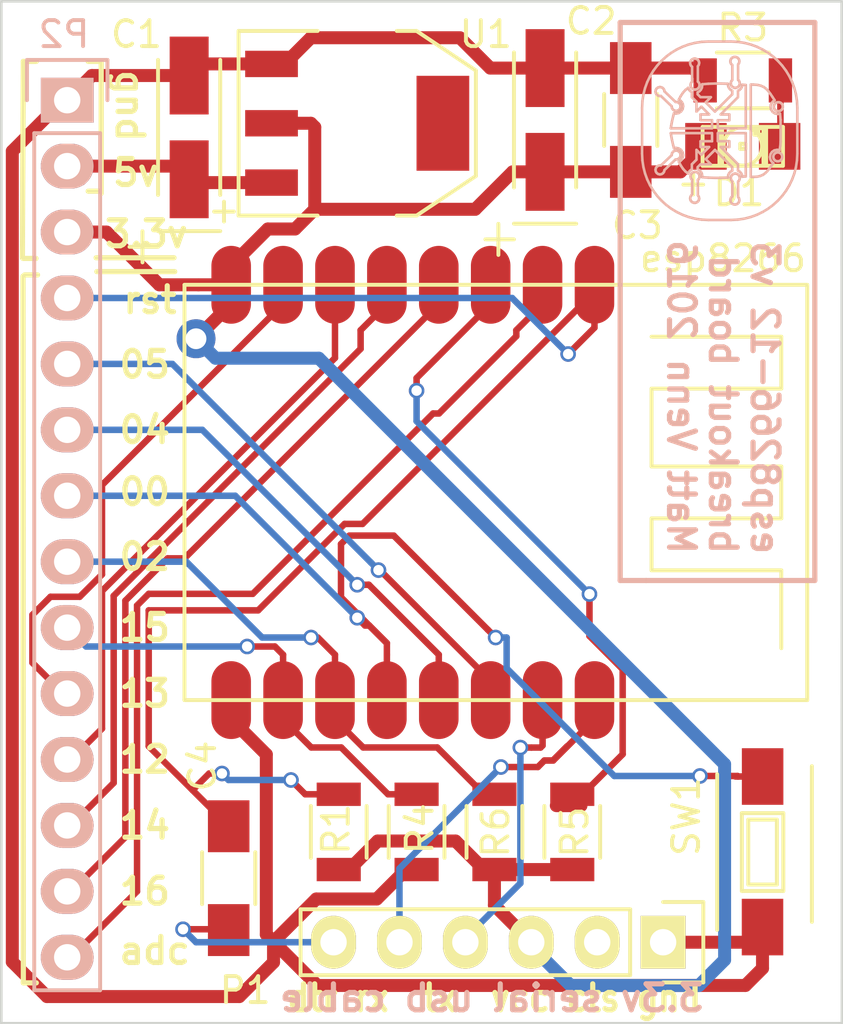
<source format=kicad_pcb>
(kicad_pcb (version 20171130) (host pcbnew "(5.1.12)-1")

  (general
    (thickness 1.6)
    (drawings 621)
    (tracks 245)
    (zones 0)
    (modules 15)
    (nets 20)
  )

  (page A4)
  (layers
    (0 F.Cu signal)
    (31 B.Cu signal)
    (32 B.Adhes user hide)
    (33 F.Adhes user hide)
    (34 B.Paste user hide)
    (35 F.Paste user hide)
    (36 B.SilkS user hide)
    (37 F.SilkS user hide)
    (38 B.Mask user hide)
    (39 F.Mask user hide)
    (40 Dwgs.User user hide)
    (41 Cmts.User user hide)
    (42 Eco1.User user hide)
    (43 Eco2.User user hide)
    (44 Edge.Cuts user)
    (45 Margin user hide)
    (46 B.CrtYd user hide)
    (47 F.CrtYd user hide)
    (48 B.Fab user hide)
    (49 F.Fab user hide)
  )

  (setup
    (last_trace_width 0.25)
    (trace_clearance 0.2)
    (zone_clearance 0.508)
    (zone_45_only no)
    (trace_min 0.2)
    (via_size 0.6)
    (via_drill 0.4)
    (via_min_size 0.4)
    (via_min_drill 0.3)
    (uvia_size 0.3)
    (uvia_drill 0.1)
    (uvias_allowed no)
    (uvia_min_size 0.2)
    (uvia_min_drill 0.1)
    (edge_width 0.1)
    (segment_width 0.2)
    (pcb_text_width 0.3)
    (pcb_text_size 1.5 1.5)
    (mod_edge_width 0.15)
    (mod_text_size 1 1)
    (mod_text_width 0.15)
    (pad_size 1.5 1.5)
    (pad_drill 0.6)
    (pad_to_mask_clearance 0)
    (aux_axis_origin 109.855 101.473)
    (grid_origin 110.109 101.6)
    (visible_elements 7FFFFFFF)
    (pcbplotparams
      (layerselection 0x010f0_80000001)
      (usegerberextensions false)
      (usegerberattributes true)
      (usegerberadvancedattributes true)
      (creategerberjobfile true)
      (excludeedgelayer true)
      (linewidth 0.100000)
      (plotframeref false)
      (viasonmask false)
      (mode 1)
      (useauxorigin false)
      (hpglpennumber 1)
      (hpglpenspeed 20)
      (hpglpendiameter 15.000000)
      (psnegative false)
      (psa4output false)
      (plotreference true)
      (plotvalue true)
      (plotinvisibletext false)
      (padsonsilk false)
      (subtractmaskfromsilk false)
      (outputformat 1)
      (mirror false)
      (drillshape 0)
      (scaleselection 1)
      (outputdirectory "gerbers/"))
  )

  (net 0 "")
  (net 1 GND)
  (net 2 +5V)
  (net 3 +3V3)
  (net 4 "Net-(C4-Pad1)")
  (net 5 /gpio0)
  (net 6 /reset)
  (net 7 /rx)
  (net 8 /tx)
  (net 9 /gpio5)
  (net 10 /gpio4)
  (net 11 /gpio2)
  (net 12 /gpio15)
  (net 13 /gpio13)
  (net 14 /gpio12)
  (net 15 /gpio14)
  (net 16 /gpio16)
  (net 17 /adc)
  (net 18 "Net-(D1-Pad1)")
  (net 19 /ch_pd)

  (net_class Default "This is the default net class."
    (clearance 0.2)
    (trace_width 0.25)
    (via_dia 0.6)
    (via_drill 0.4)
    (uvia_dia 0.3)
    (uvia_drill 0.1)
    (add_net /adc)
    (add_net /ch_pd)
    (add_net /gpio0)
    (add_net /gpio12)
    (add_net /gpio13)
    (add_net /gpio14)
    (add_net /gpio15)
    (add_net /gpio16)
    (add_net /gpio2)
    (add_net /gpio4)
    (add_net /gpio5)
    (add_net /reset)
    (add_net /rx)
    (add_net /tx)
    (add_net "Net-(C4-Pad1)")
    (add_net "Net-(D1-Pad1)")
  )

  (net_class etch ""
    (clearance 0.4)
    (trace_width 0.5)
    (via_dia 1.5)
    (via_drill 0.8)
    (uvia_dia 0.3)
    (uvia_drill 0.1)
    (add_net +3V3)
    (add_net +5V)
    (add_net GND)
  )

  (module LEDs:LED-1206 (layer F.Cu) (tedit 5538B1FB) (tstamp 55B376F4)
    (at 138.43 107.188 180)
    (descr "LED 1206 smd package")
    (tags "LED1206 SMD")
    (path /55B2ABC8)
    (attr smd)
    (fp_text reference D1 (at 0.14986 -1.778 180) (layer F.SilkS)
      (effects (font (size 1 1) (thickness 0.15)))
    )
    (fp_text value LED (at 0 1.65 180) (layer F.Fab)
      (effects (font (size 1 1) (thickness 0.15)))
    )
    (fp_line (start -1.5494 -0.7493) (end -1.5494 0.7493) (layer F.SilkS) (width 0.15))
    (fp_line (start 1.5494 -0.7493) (end -1.5494 -0.7493) (layer F.SilkS) (width 0.15))
    (fp_line (start 1.5494 0.7493) (end 1.5494 -0.7493) (layer F.SilkS) (width 0.15))
    (fp_line (start -1.5494 0.7493) (end 1.5494 0.7493) (layer F.SilkS) (width 0.15))
    (fp_line (start -0.44958 0.6985) (end -0.44958 0.44958) (layer F.SilkS) (width 0.15))
    (fp_line (start -0.44958 0.44958) (end -0.59944 0.44958) (layer F.SilkS) (width 0.15))
    (fp_line (start -0.59944 0.6985) (end -0.59944 0.44958) (layer F.SilkS) (width 0.15))
    (fp_line (start -0.44958 0.6985) (end -0.59944 0.6985) (layer F.SilkS) (width 0.15))
    (fp_line (start 0.89916 -0.54864) (end 0.89916 -0.6985) (layer F.SilkS) (width 0.15))
    (fp_line (start 0.89916 -0.6985) (end 0.79756 -0.6985) (layer F.SilkS) (width 0.15))
    (fp_line (start 0.79756 -0.54864) (end 0.79756 -0.6985) (layer F.SilkS) (width 0.15))
    (fp_line (start 0.89916 -0.54864) (end 0.79756 -0.54864) (layer F.SilkS) (width 0.15))
    (fp_line (start 0.89916 0.6985) (end 0.89916 -0.49784) (layer F.SilkS) (width 0.15))
    (fp_line (start 0.89916 -0.49784) (end 0.79756 -0.49784) (layer F.SilkS) (width 0.15))
    (fp_line (start 0.79756 0.6985) (end 0.79756 -0.49784) (layer F.SilkS) (width 0.15))
    (fp_line (start 0.89916 0.6985) (end 0.79756 0.6985) (layer F.SilkS) (width 0.15))
    (fp_line (start -0.79756 -0.54864) (end -0.79756 -0.6985) (layer F.SilkS) (width 0.15))
    (fp_line (start -0.79756 -0.6985) (end -0.89916 -0.6985) (layer F.SilkS) (width 0.15))
    (fp_line (start -0.89916 -0.54864) (end -0.89916 -0.6985) (layer F.SilkS) (width 0.15))
    (fp_line (start -0.79756 -0.54864) (end -0.89916 -0.54864) (layer F.SilkS) (width 0.15))
    (fp_line (start -0.79756 0.6985) (end -0.79756 -0.49784) (layer F.SilkS) (width 0.15))
    (fp_line (start -0.79756 -0.49784) (end -0.89916 -0.49784) (layer F.SilkS) (width 0.15))
    (fp_line (start -0.89916 0.6985) (end -0.89916 -0.49784) (layer F.SilkS) (width 0.15))
    (fp_line (start -0.79756 0.6985) (end -0.89916 0.6985) (layer F.SilkS) (width 0.15))
    (fp_line (start -0.44958 0.6985) (end -0.44958 0.44958) (layer F.SilkS) (width 0.15))
    (fp_line (start -0.44958 0.44958) (end -0.79756 0.44958) (layer F.SilkS) (width 0.15))
    (fp_line (start -0.79756 0.6985) (end -0.79756 0.44958) (layer F.SilkS) (width 0.15))
    (fp_line (start -0.44958 0.6985) (end -0.79756 0.6985) (layer F.SilkS) (width 0.15))
    (fp_line (start 0.09906 0.09906) (end 0.09906 -0.09906) (layer F.SilkS) (width 0.15))
    (fp_line (start 0.09906 -0.09906) (end -0.09906 -0.09906) (layer F.SilkS) (width 0.15))
    (fp_line (start -0.09906 0.09906) (end -0.09906 -0.09906) (layer F.SilkS) (width 0.15))
    (fp_line (start 0.09906 0.09906) (end -0.09906 0.09906) (layer F.SilkS) (width 0.15))
    (fp_arc (start 0 0) (end -0.54864 0.49784) (angle -95.4) (layer F.SilkS) (width 0.15))
    (fp_arc (start 0 0) (end 0.54864 0.49784) (angle -84.5) (layer F.SilkS) (width 0.15))
    (fp_arc (start 0 0) (end 0.54864 -0.49784) (angle -95.4) (layer F.SilkS) (width 0.15))
    (fp_arc (start 0 0) (end -0.54864 -0.49784) (angle -84.5) (layer F.SilkS) (width 0.15))
    (pad 2 smd rect (at 1.41986 0) (size 1.59766 1.80086) (layers F.Cu F.Paste F.Mask)
      (net 3 +3V3))
    (pad 1 smd rect (at -1.41986 0) (size 1.59766 1.80086) (layers F.Cu F.Paste F.Mask)
      (net 18 "Net-(D1-Pad1)"))
  )

  (module Pin_Headers:Pin_Header_Straight_1x06 (layer F.Cu) (tedit 0) (tstamp 55AD31BD)
    (at 135.359 137.85 270)
    (descr "Through hole pin header")
    (tags "pin header")
    (path /55AD3AED)
    (fp_text reference P1 (at 1.85 16.106 180) (layer F.SilkS)
      (effects (font (size 1 1) (thickness 0.15)))
    )
    (fp_text value ftdi (at 0 -3.1 270) (layer F.Fab)
      (effects (font (size 1 1) (thickness 0.15)))
    )
    (fp_line (start -1.55 -1.55) (end 1.55 -1.55) (layer F.SilkS) (width 0.15))
    (fp_line (start -1.55 0) (end -1.55 -1.55) (layer F.SilkS) (width 0.15))
    (fp_line (start 1.27 1.27) (end -1.27 1.27) (layer F.SilkS) (width 0.15))
    (fp_line (start 1.55 -1.55) (end 1.55 0) (layer F.SilkS) (width 0.15))
    (fp_line (start -1.27 13.97) (end -1.27 1.27) (layer F.SilkS) (width 0.15))
    (fp_line (start 1.27 13.97) (end -1.27 13.97) (layer F.SilkS) (width 0.15))
    (fp_line (start 1.27 1.27) (end 1.27 13.97) (layer F.SilkS) (width 0.15))
    (fp_line (start -1.75 14.45) (end 1.75 14.45) (layer F.CrtYd) (width 0.05))
    (fp_line (start -1.75 -1.75) (end 1.75 -1.75) (layer F.CrtYd) (width 0.05))
    (fp_line (start 1.75 -1.75) (end 1.75 14.45) (layer F.CrtYd) (width 0.05))
    (fp_line (start -1.75 -1.75) (end -1.75 14.45) (layer F.CrtYd) (width 0.05))
    (pad 1 thru_hole rect (at 0 0 270) (size 2.032 1.7272) (drill 1.016) (layers *.Cu *.Mask F.SilkS)
      (net 1 GND))
    (pad 2 thru_hole oval (at 0 2.54 270) (size 2.032 1.7272) (drill 1.016) (layers *.Cu *.Mask F.SilkS))
    (pad 3 thru_hole oval (at 0 5.08 270) (size 2.032 1.7272) (drill 1.016) (layers *.Cu *.Mask F.SilkS)
      (net 3 +3V3))
    (pad 4 thru_hole oval (at 0 7.62 270) (size 2.032 1.7272) (drill 1.016) (layers *.Cu *.Mask F.SilkS)
      (net 7 /rx))
    (pad 5 thru_hole oval (at 0 10.16 270) (size 2.032 1.7272) (drill 1.016) (layers *.Cu *.Mask F.SilkS)
      (net 8 /tx))
    (pad 6 thru_hole oval (at 0 12.7 270) (size 2.032 1.7272) (drill 1.016) (layers *.Cu *.Mask F.SilkS)
      (net 4 "Net-(C4-Pad1)"))
    (model Pin_Headers.3dshapes/Pin_Header_Straight_1x06.wrl
      (offset (xyz 0 -6.349999904632568 0))
      (scale (xyz 1 1 1))
      (rotate (xyz 0 0 90))
    )
  )

  (module Pin_Headers:Pin_Header_Straight_1x14 (layer B.Cu) (tedit 0) (tstamp 55B263AC)
    (at 112.395 105.41 180)
    (descr "Through hole pin header")
    (tags "pin header")
    (path /55AD4557)
    (fp_text reference P2 (at 0.127 2.54 180) (layer B.SilkS)
      (effects (font (size 1 1) (thickness 0.15)) (justify mirror))
    )
    (fp_text value CONN_01X14 (at -3.175 8.255 180) (layer B.Fab)
      (effects (font (size 1 1) (thickness 0.15)) (justify mirror))
    )
    (fp_line (start -1.55 1.55) (end 1.55 1.55) (layer B.SilkS) (width 0.15))
    (fp_line (start -1.55 0) (end -1.55 1.55) (layer B.SilkS) (width 0.15))
    (fp_line (start 1.27 -1.27) (end -1.27 -1.27) (layer B.SilkS) (width 0.15))
    (fp_line (start 1.55 1.55) (end 1.55 0) (layer B.SilkS) (width 0.15))
    (fp_line (start 1.27 -34.29) (end 1.27 -1.27) (layer B.SilkS) (width 0.15))
    (fp_line (start -1.27 -34.29) (end 1.27 -34.29) (layer B.SilkS) (width 0.15))
    (fp_line (start -1.27 -1.27) (end -1.27 -34.29) (layer B.SilkS) (width 0.15))
    (fp_line (start -1.75 -34.8) (end 1.75 -34.8) (layer B.CrtYd) (width 0.05))
    (fp_line (start -1.75 1.75) (end 1.75 1.75) (layer B.CrtYd) (width 0.05))
    (fp_line (start 1.75 1.75) (end 1.75 -34.8) (layer B.CrtYd) (width 0.05))
    (fp_line (start -1.75 1.75) (end -1.75 -34.8) (layer B.CrtYd) (width 0.05))
    (pad 1 thru_hole rect (at 0 0 180) (size 2.032 1.7272) (drill 1.016) (layers *.Cu *.Mask B.SilkS)
      (net 1 GND))
    (pad 2 thru_hole oval (at 0 -2.54 180) (size 2.032 1.7272) (drill 1.016) (layers *.Cu *.Mask B.SilkS)
      (net 2 +5V))
    (pad 3 thru_hole oval (at 0 -5.08 180) (size 2.032 1.7272) (drill 1.016) (layers *.Cu *.Mask B.SilkS)
      (net 3 +3V3))
    (pad 4 thru_hole oval (at 0 -7.62 180) (size 2.032 1.7272) (drill 1.016) (layers *.Cu *.Mask B.SilkS)
      (net 6 /reset))
    (pad 5 thru_hole oval (at 0 -10.16 180) (size 2.032 1.7272) (drill 1.016) (layers *.Cu *.Mask B.SilkS)
      (net 9 /gpio5))
    (pad 6 thru_hole oval (at 0 -12.7 180) (size 2.032 1.7272) (drill 1.016) (layers *.Cu *.Mask B.SilkS)
      (net 10 /gpio4))
    (pad 7 thru_hole oval (at 0 -15.24 180) (size 2.032 1.7272) (drill 1.016) (layers *.Cu *.Mask B.SilkS)
      (net 5 /gpio0))
    (pad 8 thru_hole oval (at 0 -17.78 180) (size 2.032 1.7272) (drill 1.016) (layers *.Cu *.Mask B.SilkS)
      (net 11 /gpio2))
    (pad 9 thru_hole oval (at 0 -20.32 180) (size 2.032 1.7272) (drill 1.016) (layers *.Cu *.Mask B.SilkS)
      (net 12 /gpio15))
    (pad 10 thru_hole oval (at 0 -22.86 180) (size 2.032 1.7272) (drill 1.016) (layers *.Cu *.Mask B.SilkS)
      (net 13 /gpio13))
    (pad 11 thru_hole oval (at 0 -25.4 180) (size 2.032 1.7272) (drill 1.016) (layers *.Cu *.Mask B.SilkS)
      (net 14 /gpio12))
    (pad 12 thru_hole oval (at 0 -27.94 180) (size 2.032 1.7272) (drill 1.016) (layers *.Cu *.Mask B.SilkS)
      (net 15 /gpio14))
    (pad 13 thru_hole oval (at 0 -30.48 180) (size 2.032 1.7272) (drill 1.016) (layers *.Cu *.Mask B.SilkS)
      (net 16 /gpio16))
    (pad 14 thru_hole oval (at 0 -33.02 180) (size 2.032 1.7272) (drill 1.016) (layers *.Cu *.Mask B.SilkS)
      (net 17 /adc))
    (model Pin_Headers.3dshapes/Pin_Header_Straight_1x14.wrl
      (offset (xyz 0 -16.50999975204468 0))
      (scale (xyz 1 1 1))
      (rotate (xyz 0 0 90))
    )
  )

  (module Capacitors_Tantalum_SMD:TantalC_SizeA_EIA-3216_HandSoldering (layer F.Cu) (tedit 0) (tstamp 55B28615)
    (at 117.094 106.45902 90)
    (descr "Tantal Cap. , Size A, EIA-3216, Hand Soldering,")
    (tags "Tantal Cap. , Size A, EIA-3216, Hand Soldering,")
    (path /55AD3174)
    (attr smd)
    (fp_text reference C1 (at 3.58902 -2.032 180) (layer F.SilkS)
      (effects (font (size 1 1) (thickness 0.15)))
    )
    (fp_text value 10uf (at -0.09906 3.0988 90) (layer F.Fab)
      (effects (font (size 1 1) (thickness 0.15)))
    )
    (fp_line (start -3.99542 -1.19888) (end -3.99542 1.19888) (layer F.SilkS) (width 0.15))
    (fp_line (start -5.19938 -1.79832) (end -4.0005 -1.79832) (layer F.SilkS) (width 0.15))
    (fp_line (start -4.59994 -2.2987) (end -4.59994 -1.19888) (layer F.SilkS) (width 0.15))
    (fp_line (start 2.60096 -1.19888) (end -2.60096 -1.19888) (layer F.SilkS) (width 0.15))
    (fp_line (start -2.60096 1.19888) (end 2.60096 1.19888) (layer F.SilkS) (width 0.15))
    (fp_text user + (at -2.20218 19.3548 90) (layer F.SilkS)
      (effects (font (size 1 1) (thickness 0.15)))
    )
    (pad 2 smd rect (at 1.99898 0 90) (size 2.99974 1.50114) (layers F.Cu F.Paste F.Mask)
      (net 1 GND))
    (pad 1 smd rect (at -1.99898 0 90) (size 2.99974 1.50114) (layers F.Cu F.Paste F.Mask)
      (net 2 +5V))
    (model Capacitors_Tantalum_SMD.3dshapes/TantalC_SizeA_EIA-3216_HandSoldering.wrl
      (at (xyz 0 0 0))
      (scale (xyz 1 1 1))
      (rotate (xyz 0 0 180))
    )
  )

  (module Capacitors_Tantalum_SMD:TantalC_SizeA_EIA-3216_HandSoldering (layer F.Cu) (tedit 0) (tstamp 55B2861A)
    (at 130.81 106.172 90)
    (descr "Tantal Cap. , Size A, EIA-3216, Hand Soldering,")
    (tags "Tantal Cap. , Size A, EIA-3216, Hand Soldering,")
    (path /55AD317B)
    (attr smd)
    (fp_text reference C2 (at 3.81 1.778 180) (layer F.SilkS)
      (effects (font (size 1 1) (thickness 0.15)))
    )
    (fp_text value 10uf (at -0.09906 3.0988 90) (layer F.Fab)
      (effects (font (size 1 1) (thickness 0.15)))
    )
    (fp_line (start -3.99542 -1.19888) (end -3.99542 1.19888) (layer F.SilkS) (width 0.15))
    (fp_line (start -5.19938 -1.79832) (end -4.0005 -1.79832) (layer F.SilkS) (width 0.15))
    (fp_line (start -4.59994 -2.2987) (end -4.59994 -1.19888) (layer F.SilkS) (width 0.15))
    (fp_line (start 2.60096 -1.19888) (end -2.60096 -1.19888) (layer F.SilkS) (width 0.15))
    (fp_line (start -2.60096 1.19888) (end 2.60096 1.19888) (layer F.SilkS) (width 0.15))
    (fp_text user + (at -3.5306 -12.446 90) (layer F.SilkS)
      (effects (font (size 1 1) (thickness 0.15)))
    )
    (pad 2 smd rect (at 1.99898 0 90) (size 2.99974 1.50114) (layers F.Cu F.Paste F.Mask)
      (net 1 GND))
    (pad 1 smd rect (at -1.99898 0 90) (size 2.99974 1.50114) (layers F.Cu F.Paste F.Mask)
      (net 3 +3V3))
    (model Capacitors_Tantalum_SMD.3dshapes/TantalC_SizeA_EIA-3216_HandSoldering.wrl
      (at (xyz 0 0 0))
      (scale (xyz 1 1 1))
      (rotate (xyz 0 0 180))
    )
  )

  (module Capacitors_SMD:C_1206_HandSoldering (layer F.Cu) (tedit 541A9C03) (tstamp 55B2861F)
    (at 134.112 106.172 90)
    (descr "Capacitor SMD 1206, hand soldering")
    (tags "capacitor 1206")
    (path /55AD318E)
    (attr smd)
    (fp_text reference C3 (at -4.064 0.254) (layer F.SilkS)
      (effects (font (size 1 1) (thickness 0.15)))
    )
    (fp_text value 0.1uf (at 0 2.3 90) (layer F.Fab)
      (effects (font (size 1 1) (thickness 0.15)))
    )
    (fp_line (start -1 1.025) (end 1 1.025) (layer F.SilkS) (width 0.15))
    (fp_line (start 1 -1.025) (end -1 -1.025) (layer F.SilkS) (width 0.15))
    (fp_line (start 3.3 -1.15) (end 3.3 1.15) (layer F.CrtYd) (width 0.05))
    (fp_line (start -3.3 -1.15) (end -3.3 1.15) (layer F.CrtYd) (width 0.05))
    (fp_line (start -3.3 1.15) (end 3.3 1.15) (layer F.CrtYd) (width 0.05))
    (fp_line (start -3.3 -1.15) (end 3.3 -1.15) (layer F.CrtYd) (width 0.05))
    (pad 1 smd rect (at -2 0 90) (size 2 1.6) (layers F.Cu F.Paste F.Mask)
      (net 3 +3V3))
    (pad 2 smd rect (at 2 0 90) (size 2 1.6) (layers F.Cu F.Paste F.Mask)
      (net 1 GND))
    (model Capacitors_SMD.3dshapes/C_1206_HandSoldering.wrl
      (at (xyz 0 0 0))
      (scale (xyz 1 1 1))
      (rotate (xyz 0 0 0))
    )
  )

  (module Capacitors_SMD:C_1206_HandSoldering (layer F.Cu) (tedit 541A9C03) (tstamp 55B28624)
    (at 118.618 135.382 90)
    (descr "Capacitor SMD 1206, hand soldering")
    (tags "capacitor 1206")
    (path /55AD3B1B)
    (attr smd)
    (fp_text reference C4 (at 4.318 -1.016 90) (layer F.SilkS)
      (effects (font (size 1 1) (thickness 0.15)))
    )
    (fp_text value 1uf (at 0 2.3 90) (layer F.Fab)
      (effects (font (size 1 1) (thickness 0.15)))
    )
    (fp_line (start -1 1.025) (end 1 1.025) (layer F.SilkS) (width 0.15))
    (fp_line (start 1 -1.025) (end -1 -1.025) (layer F.SilkS) (width 0.15))
    (fp_line (start 3.3 -1.15) (end 3.3 1.15) (layer F.CrtYd) (width 0.05))
    (fp_line (start -3.3 -1.15) (end -3.3 1.15) (layer F.CrtYd) (width 0.05))
    (fp_line (start -3.3 1.15) (end 3.3 1.15) (layer F.CrtYd) (width 0.05))
    (fp_line (start -3.3 -1.15) (end 3.3 -1.15) (layer F.CrtYd) (width 0.05))
    (pad 1 smd rect (at -2 0 90) (size 2 1.6) (layers F.Cu F.Paste F.Mask)
      (net 4 "Net-(C4-Pad1)"))
    (pad 2 smd rect (at 2 0 90) (size 2 1.6) (layers F.Cu F.Paste F.Mask)
      (net 6 /reset))
    (model Capacitors_SMD.3dshapes/C_1206_HandSoldering.wrl
      (at (xyz 0 0 0))
      (scale (xyz 1 1 1))
      (rotate (xyz 0 0 0))
    )
  )

  (module Resistors_SMD:R_1206 (layer F.Cu) (tedit 5415CFA7) (tstamp 55B28629)
    (at 122.859 133.6 90)
    (descr "Resistor SMD 1206, reflow soldering, Vishay (see dcrcw.pdf)")
    (tags "resistor 1206")
    (path /55ACED8E)
    (attr smd)
    (fp_text reference R1 (at 0.1 -0.109 90) (layer F.SilkS)
      (effects (font (size 1 1) (thickness 0.15)))
    )
    (fp_text value 10k (at 0 2.3 90) (layer F.Fab)
      (effects (font (size 1 1) (thickness 0.15)))
    )
    (fp_line (start -1 -1.075) (end 1 -1.075) (layer F.SilkS) (width 0.15))
    (fp_line (start 1 1.075) (end -1 1.075) (layer F.SilkS) (width 0.15))
    (fp_line (start 2.2 -1.2) (end 2.2 1.2) (layer F.CrtYd) (width 0.05))
    (fp_line (start -2.2 -1.2) (end -2.2 1.2) (layer F.CrtYd) (width 0.05))
    (fp_line (start -2.2 1.2) (end 2.2 1.2) (layer F.CrtYd) (width 0.05))
    (fp_line (start -2.2 -1.2) (end 2.2 -1.2) (layer F.CrtYd) (width 0.05))
    (pad 1 smd rect (at -1.45 0 90) (size 0.9 1.7) (layers F.Cu F.Paste F.Mask)
      (net 3 +3V3))
    (pad 2 smd rect (at 1.45 0 90) (size 0.9 1.7) (layers F.Cu F.Paste F.Mask)
      (net 6 /reset))
    (model Resistors_SMD.3dshapes/R_1206.wrl
      (at (xyz 0 0 0))
      (scale (xyz 1 1 1))
      (rotate (xyz 0 0 0))
    )
  )

  (module SMD_Packages:SOT-223 (layer F.Cu) (tedit 0) (tstamp 55B288E3)
    (at 123.571 106.299 270)
    (descr "module CMS SOT223 4 pins")
    (tags "CMS SOT")
    (path /55AD3145)
    (attr smd)
    (fp_text reference U1 (at -3.429 -4.953) (layer F.SilkS)
      (effects (font (size 1 1) (thickness 0.15)))
    )
    (fp_text value AP1117D33 (at 0 0.762 270) (layer F.Fab)
      (effects (font (size 1 1) (thickness 0.15)))
    )
    (fp_line (start 3.556 -2.286) (end 3.556 -1.524) (layer F.SilkS) (width 0.15))
    (fp_line (start 2.032 -4.572) (end 3.556 -2.286) (layer F.SilkS) (width 0.15))
    (fp_line (start -2.032 -4.572) (end 2.032 -4.572) (layer F.SilkS) (width 0.15))
    (fp_line (start -3.556 -2.286) (end -2.032 -4.572) (layer F.SilkS) (width 0.15))
    (fp_line (start -3.556 -1.524) (end -3.556 -2.286) (layer F.SilkS) (width 0.15))
    (fp_line (start 3.556 4.572) (end 3.556 1.524) (layer F.SilkS) (width 0.15))
    (fp_line (start -3.556 4.572) (end 3.556 4.572) (layer F.SilkS) (width 0.15))
    (fp_line (start -3.556 1.524) (end -3.556 4.572) (layer F.SilkS) (width 0.15))
    (pad 4 smd rect (at 0 -3.302 270) (size 3.6576 2.032) (layers F.Cu F.Paste F.Mask))
    (pad 2 smd rect (at 0 3.302 270) (size 1.016 2.032) (layers F.Cu F.Paste F.Mask)
      (net 3 +3V3))
    (pad 3 smd rect (at 2.286 3.302 270) (size 1.016 2.032) (layers F.Cu F.Paste F.Mask)
      (net 2 +5V))
    (pad 1 smd rect (at -2.286 3.302 270) (size 1.016 2.032) (layers F.Cu F.Paste F.Mask)
      (net 1 GND))
    (model SMD_Packages.3dshapes/SOT-223.wrl
      (at (xyz 0 0 0))
      (scale (xyz 0.4 0.4 0.4))
      (rotate (xyz 0 0 0))
    )
  )

  (module esp8266-12:esp8266-12 (layer F.Cu) (tedit 55ACE67C) (tstamp 55B298D2)
    (at 118.714 112.622)
    (path /55ACECFB)
    (fp_text reference esp8266 (at 18.954 -1.116) (layer F.SilkS)
      (effects (font (size 1 1) (thickness 0.15)))
    )
    (fp_text value U2 (at 6.2 5.9) (layer F.Fab)
      (effects (font (size 1 1) (thickness 0.15)))
    )
    (fp_line (start 22.2 -0.1) (end -1.8 -0.1) (layer F.SilkS) (width 0.15))
    (fp_line (start 22.2 15.9) (end 22.2 -0.1) (layer F.SilkS) (width 0.15))
    (fp_line (start -1.8 15.9) (end 22.2 15.9) (layer F.SilkS) (width 0.15))
    (fp_line (start -1.8 -0.1) (end -1.8 15.9) (layer F.SilkS) (width 0.15))
    (fp_line (start 21.2 10.9) (end 21.2 13.9) (layer F.SilkS) (width 0.15))
    (fp_line (start 16.2 10.9) (end 21.2 10.9) (layer F.SilkS) (width 0.15))
    (fp_line (start 16.2 8.9) (end 16.2 10.9) (layer F.SilkS) (width 0.15))
    (fp_line (start 21.2 8.9) (end 16.2 8.9) (layer F.SilkS) (width 0.15))
    (fp_line (start 21.2 6.9) (end 21.2 8.9) (layer F.SilkS) (width 0.15))
    (fp_line (start 16.2 6.9) (end 21.2 6.9) (layer F.SilkS) (width 0.15))
    (fp_line (start 16.2 3.9) (end 16.2 6.9) (layer F.SilkS) (width 0.15))
    (fp_line (start 21.2 3.9) (end 16.2 3.9) (layer F.SilkS) (width 0.15))
    (fp_line (start 21.2 1.9) (end 21.2 3.9) (layer F.SilkS) (width 0.15))
    (fp_line (start 16.2 1.9) (end 21.2 1.9) (layer F.SilkS) (width 0.15))
    (pad 8 smd oval (at 0 -0.1) (size 1.524 3) (layers F.Cu F.Paste F.Mask)
      (net 3 +3V3))
    (pad 7 smd oval (at 2 -0.1) (size 1.524 3) (layers F.Cu F.Paste F.Mask)
      (net 13 /gpio13))
    (pad 6 smd oval (at 4 -0.1) (size 1.524 3) (layers F.Cu F.Paste F.Mask)
      (net 14 /gpio12))
    (pad 5 smd oval (at 6 -0.1) (size 1.524 3) (layers F.Cu F.Paste F.Mask)
      (net 15 /gpio14))
    (pad 4 smd oval (at 8 -0.1) (size 1.524 3) (layers F.Cu F.Paste F.Mask)
      (net 16 /gpio16))
    (pad 3 smd oval (at 10 -0.1) (size 1.524 3) (layers F.Cu F.Paste F.Mask)
      (net 19 /ch_pd))
    (pad 2 smd oval (at 12 -0.1) (size 1.524 3) (layers F.Cu F.Paste F.Mask)
      (net 17 /adc))
    (pad 1 smd oval (at 14 -0.1) (size 1.524 3) (layers F.Cu F.Paste F.Mask)
      (net 6 /reset))
    (pad 9 smd oval (at 0 15.9) (size 1.524 3) (layers F.Cu F.Paste F.Mask)
      (net 1 GND))
    (pad 10 smd oval (at 2 15.9) (size 1.524 3) (layers F.Cu F.Paste F.Mask)
      (net 12 /gpio15))
    (pad 11 smd oval (at 4 15.9) (size 1.524 3) (layers F.Cu F.Paste F.Mask)
      (net 11 /gpio2))
    (pad 12 smd oval (at 6 15.9) (size 1.524 3) (layers F.Cu F.Paste F.Mask)
      (net 5 /gpio0))
    (pad 13 smd oval (at 8 15.9) (size 1.524 3) (layers F.Cu F.Paste F.Mask)
      (net 10 /gpio4))
    (pad 14 smd oval (at 10 15.9) (size 1.524 3) (layers F.Cu F.Paste F.Mask)
      (net 9 /gpio5))
    (pad 15 smd oval (at 12 15.9) (size 1.524 3) (layers F.Cu F.Paste F.Mask)
      (net 7 /rx))
    (pad 16 smd oval (at 14 15.9) (size 1.524 3) (layers F.Cu F.Paste F.Mask)
      (net 8 /tx))
  )

  (module Resistors_SMD:R_1206 (layer F.Cu) (tedit 5415CFA7) (tstamp 55B376FA)
    (at 138.43 104.648 180)
    (descr "Resistor SMD 1206, reflow soldering, Vishay (see dcrcw.pdf)")
    (tags "resistor 1206")
    (path /55B2AC55)
    (attr smd)
    (fp_text reference R3 (at 0 2.032 180) (layer F.SilkS)
      (effects (font (size 1 1) (thickness 0.15)))
    )
    (fp_text value 68r (at 0 2.3 180) (layer F.Fab)
      (effects (font (size 1 1) (thickness 0.15)))
    )
    (fp_line (start -1 -1.075) (end 1 -1.075) (layer F.SilkS) (width 0.15))
    (fp_line (start 1 1.075) (end -1 1.075) (layer F.SilkS) (width 0.15))
    (fp_line (start 2.2 -1.2) (end 2.2 1.2) (layer F.CrtYd) (width 0.05))
    (fp_line (start -2.2 -1.2) (end -2.2 1.2) (layer F.CrtYd) (width 0.05))
    (fp_line (start -2.2 1.2) (end 2.2 1.2) (layer F.CrtYd) (width 0.05))
    (fp_line (start -2.2 -1.2) (end 2.2 -1.2) (layer F.CrtYd) (width 0.05))
    (pad 1 smd rect (at -1.45 0 180) (size 0.9 1.7) (layers F.Cu F.Paste F.Mask)
      (net 18 "Net-(D1-Pad1)"))
    (pad 2 smd rect (at 1.45 0 180) (size 0.9 1.7) (layers F.Cu F.Paste F.Mask)
      (net 1 GND))
    (model Resistors_SMD.3dshapes/R_1206.wrl
      (at (xyz 0 0 0))
      (scale (xyz 1 1 1))
      (rotate (xyz 0 0 0))
    )
  )

  (module matt:SW_SPST_FSMSM (layer F.Cu) (tedit 55B3776E) (tstamp 55B37936)
    (at 139.192 134.366 270)
    (descr http://www.te.com/commerce/DocumentDelivery/DDEController?Action=srchrtrv&DocNm=1437566-3&DocType=Customer+Drawing&DocLang=English)
    (tags "SPST button tactile switch")
    (path /55AD3B14)
    (attr smd)
    (fp_text reference SW1 (at -1.366 2.942 90) (layer F.SilkS)
      (effects (font (size 1 1) (thickness 0.15)))
    )
    (fp_text value SW_PUSH (at 0.2 2.7 270) (layer F.Fab)
      (effects (font (size 1 1) (thickness 0.15)))
    )
    (fp_line (start -4.3 -2) (end 4.3 -2) (layer F.CrtYd) (width 0.05))
    (fp_line (start -4.3 -2) (end -4.3 1.95) (layer F.CrtYd) (width 0.05))
    (fp_line (start -3.3 -1.9) (end 2.7 -1.9) (layer F.SilkS) (width 0.15))
    (fp_line (start -2.98989 1.74978) (end 3.01011 1.74978) (layer F.SilkS) (width 0.15))
    (fp_line (start 4.3 -2) (end 4.3 1.95) (layer F.CrtYd) (width 0.05))
    (fp_line (start -4.3 1.9) (end 4.3 1.9) (layer F.CrtYd) (width 0.05))
    (fp_line (start -1.48989 -0.80022) (end -1.48989 0.79978) (layer F.SilkS) (width 0.15))
    (fp_line (start 1.51011 -0.80022) (end 1.51011 0.79978) (layer F.SilkS) (width 0.15))
    (fp_line (start -1.48989 -0.80022) (end 1.51011 -0.80022) (layer F.SilkS) (width 0.15))
    (fp_line (start -1.48989 0.79978) (end 1.51011 0.79978) (layer F.SilkS) (width 0.15))
    (fp_line (start -1.23989 0.54978) (end -1.23989 -0.55022) (layer F.SilkS) (width 0.15))
    (fp_line (start 1.26011 0.54978) (end -1.23989 0.54978) (layer F.SilkS) (width 0.15))
    (fp_line (start 1.26011 -0.55022) (end 1.26011 0.54978) (layer F.SilkS) (width 0.15))
    (fp_line (start -1.23989 -0.55022) (end 1.26011 -0.55022) (layer F.SilkS) (width 0.15))
    (pad 1 smd rect (at -2.9 -0.00232 270) (size 2.18 1.6) (layers F.Cu F.Paste F.Mask)
      (net 5 /gpio0))
    (pad 2 smd rect (at 2.9 0.00232 270) (size 2.18 1.6) (layers F.Cu F.Paste F.Mask)
      (net 1 GND))
  )

  (module Resistors_SMD:R_1206 (layer F.Cu) (tedit 5415CFA7) (tstamp 5715F669)
    (at 128.859 133.6 90)
    (descr "Resistor SMD 1206, reflow soldering, Vishay (see dcrcw.pdf)")
    (tags "resistor 1206")
    (path /5715F6B6)
    (attr smd)
    (fp_text reference R4 (at 0.123 -2.875 90) (layer F.SilkS)
      (effects (font (size 1 1) (thickness 0.15)))
    )
    (fp_text value 10k (at 0 2.3 90) (layer F.Fab)
      (effects (font (size 1 1) (thickness 0.15)))
    )
    (fp_line (start -1 -1.075) (end 1 -1.075) (layer F.SilkS) (width 0.15))
    (fp_line (start 1 1.075) (end -1 1.075) (layer F.SilkS) (width 0.15))
    (fp_line (start 2.2 -1.2) (end 2.2 1.2) (layer F.CrtYd) (width 0.05))
    (fp_line (start -2.2 -1.2) (end -2.2 1.2) (layer F.CrtYd) (width 0.05))
    (fp_line (start -2.2 1.2) (end 2.2 1.2) (layer F.CrtYd) (width 0.05))
    (fp_line (start -2.2 -1.2) (end 2.2 -1.2) (layer F.CrtYd) (width 0.05))
    (pad 1 smd rect (at -1.45 0 90) (size 0.9 1.7) (layers F.Cu F.Paste F.Mask)
      (net 3 +3V3))
    (pad 2 smd rect (at 1.45 0 90) (size 0.9 1.7) (layers F.Cu F.Paste F.Mask)
      (net 11 /gpio2))
    (model Resistors_SMD.3dshapes/R_1206.wrl
      (at (xyz 0 0 0))
      (scale (xyz 1 1 1))
      (rotate (xyz 0 0 0))
    )
  )

  (module Resistors_SMD:R_1206 (layer F.Cu) (tedit 5415CFA7) (tstamp 5715F66F)
    (at 131.859 133.6 90)
    (descr "Resistor SMD 1206, reflow soldering, Vishay (see dcrcw.pdf)")
    (tags "resistor 1206")
    (path /5715F72C)
    (attr smd)
    (fp_text reference R5 (at -0.004 0.094 90) (layer F.SilkS)
      (effects (font (size 1 1) (thickness 0.15)))
    )
    (fp_text value 10k (at 0 2.3 90) (layer F.Fab)
      (effects (font (size 1 1) (thickness 0.15)))
    )
    (fp_line (start -1 -1.075) (end 1 -1.075) (layer F.SilkS) (width 0.15))
    (fp_line (start 1 1.075) (end -1 1.075) (layer F.SilkS) (width 0.15))
    (fp_line (start 2.2 -1.2) (end 2.2 1.2) (layer F.CrtYd) (width 0.05))
    (fp_line (start -2.2 -1.2) (end -2.2 1.2) (layer F.CrtYd) (width 0.05))
    (fp_line (start -2.2 1.2) (end 2.2 1.2) (layer F.CrtYd) (width 0.05))
    (fp_line (start -2.2 -1.2) (end 2.2 -1.2) (layer F.CrtYd) (width 0.05))
    (pad 1 smd rect (at -1.45 0 90) (size 0.9 1.7) (layers F.Cu F.Paste F.Mask)
      (net 3 +3V3))
    (pad 2 smd rect (at 1.45 0 90) (size 0.9 1.7) (layers F.Cu F.Paste F.Mask)
      (net 19 /ch_pd))
    (model Resistors_SMD.3dshapes/R_1206.wrl
      (at (xyz 0 0 0))
      (scale (xyz 1 1 1))
      (rotate (xyz 0 0 0))
    )
  )

  (module Resistors_SMD:R_1206 (layer F.Cu) (tedit 5415CFA7) (tstamp 5715F675)
    (at 125.859 133.6 270)
    (descr "Resistor SMD 1206, reflow soldering, Vishay (see dcrcw.pdf)")
    (tags "resistor 1206")
    (path /5715F783)
    (attr smd)
    (fp_text reference R6 (at 0.004 -3.046 270) (layer F.SilkS)
      (effects (font (size 1 1) (thickness 0.15)))
    )
    (fp_text value 10k (at 0 2.3 270) (layer F.Fab)
      (effects (font (size 1 1) (thickness 0.15)))
    )
    (fp_line (start -1 -1.075) (end 1 -1.075) (layer F.SilkS) (width 0.15))
    (fp_line (start 1 1.075) (end -1 1.075) (layer F.SilkS) (width 0.15))
    (fp_line (start 2.2 -1.2) (end 2.2 1.2) (layer F.CrtYd) (width 0.05))
    (fp_line (start -2.2 -1.2) (end -2.2 1.2) (layer F.CrtYd) (width 0.05))
    (fp_line (start -2.2 1.2) (end 2.2 1.2) (layer F.CrtYd) (width 0.05))
    (fp_line (start -2.2 -1.2) (end 2.2 -1.2) (layer F.CrtYd) (width 0.05))
    (pad 1 smd rect (at -1.45 0 270) (size 0.9 1.7) (layers F.Cu F.Paste F.Mask)
      (net 12 /gpio15))
    (pad 2 smd rect (at 1.45 0 270) (size 0.9 1.7) (layers F.Cu F.Paste F.Mask)
      (net 1 GND))
    (model Resistors_SMD.3dshapes/R_1206.wrl
      (at (xyz 0 0 0))
      (scale (xyz 1 1 1))
      (rotate (xyz 0 0 0))
    )
  )

  (gr_text "dtr rx  tx  vcc cts gnd" (at 128.8542 140) (layer F.SilkS)
    (effects (font (size 1 0.9) (thickness 0.2)))
  )
  (gr_line (start 139.1955 103.457907) (end 139.40623 103.585675) (layer B.SilkS) (width 0.1))
  (gr_line (start 139.49445 105.16543) (end 139.41703 105.06223) (layer B.SilkS) (width 0.1))
  (gr_line (start 139.41703 105.06223) (end 139.33478 104.97483) (layer B.SilkS) (width 0.1))
  (gr_line (start 138.77146 104.80953) (end 138.73745 104.8099) (layer B.SilkS) (width 0.1))
  (gr_line (start 139.13203 104.8526) (end 138.9996 104.82048) (layer B.SilkS) (width 0.1))
  (gr_line (start 138.83852 104.80953) (end 138.77146 104.80953) (layer B.SilkS) (width 0.1))
  (gr_line (start 138.9996 104.82048) (end 138.83852 104.80953) (layer B.SilkS) (width 0.1))
  (gr_line (start 139.24178 104.90453) (end 139.13203 104.8526) (layer B.SilkS) (width 0.1))
  (gr_line (start 139.33478 104.97483) (end 139.24178 104.90453) (layer B.SilkS) (width 0.1))
  (gr_line (start 138.54431 104.82618) (end 138.53513 104.82521) (layer B.SilkS) (width 0.1))
  (gr_line (start 138.36066 104.95596) (end 138.30934 105.01021) (layer B.SilkS) (width 0.1))
  (gr_line (start 138.39609 104.88944) (end 138.36066 104.95596) (layer B.SilkS) (width 0.1))
  (gr_line (start 138.41236 104.81371) (end 138.39609 104.88944) (layer B.SilkS) (width 0.1))
  (gr_line (start 138.50888 104.8226) (end 138.46732 104.81869) (layer B.SilkS) (width 0.1))
  (gr_line (start 138.46732 104.81869) (end 138.41236 104.81371) (layer B.SilkS) (width 0.1))
  (gr_line (start 138.53513 104.82521) (end 138.50888 104.8226) (layer B.SilkS) (width 0.1))
  (gr_line (start 137.46721 106.67932) (end 138.54431 106.67932) (layer B.SilkS) (width 0.1))
  (gr_line (start 138.54431 104.82618) (end 138.54431 104.82618) (layer B.SilkS) (width 0.1))
  (gr_line (start 138.24499 105.29287) (end 137.57832 105.95954) (layer B.SilkS) (width 0.1))
  (gr_line (start 138.54431 106.49285) (end 138.54431 104.82618) (layer B.SilkS) (width 0.1))
  (gr_line (start 138.30934 105.01021) (end 138.24499 105.04911) (layer B.SilkS) (width 0.1))
  (gr_line (start 138.24499 105.04911) (end 138.24499 105.29287) (layer B.SilkS) (width 0.1))
  (gr_line (start 137.46721 106.49285) (end 138.54431 106.49285) (layer B.SilkS) (width 0.1))
  (gr_line (start 139.49927 105.6651) (end 139.51093 105.58519) (layer B.SilkS) (width 0.1))
  (gr_line (start 139.52114 105.77323) (end 139.49927 105.6651) (layer B.SilkS) (width 0.1))
  (gr_line (start 137.98067 104.82905) (end 137.99661 104.85846) (layer B.SilkS) (width 0.1))
  (gr_line (start 138.28372 104.85846) (end 138.29961 104.82905) (layer B.SilkS) (width 0.1))
  (gr_line (start 138.07289 104.92107) (end 138.10539 104.93117) (layer B.SilkS) (width 0.1))
  (gr_line (start 138.17516 104.93117) (end 138.20766 104.92107) (layer B.SilkS) (width 0.1))
  (gr_line (start 138.20766 104.92107) (end 138.23702 104.90518) (layer B.SilkS) (width 0.1))
  (gr_line (start 138.26261 104.88407) (end 138.28372 104.85846) (layer B.SilkS) (width 0.1))
  (gr_line (start 138.23702 104.90518) (end 138.26261 104.88407) (layer B.SilkS) (width 0.1))
  (gr_line (start 135.076475 108.15811) (end 135.11315 108.21626) (layer B.SilkS) (width 0.1))
  (gr_line (start 134.983539 108.90035) (end 134.855771 108.68962) (layer B.SilkS) (width 0.1))
  (gr_line (start 135.130403 109.09701) (end 134.983539 108.90035) (layer B.SilkS) (width 0.1))
  (gr_line (start 135.295171 109.27833) (end 135.130403 109.09701) (layer B.SilkS) (width 0.1))
  (gr_line (start 135.169519 108.25554) (end 135.234243 108.26971) (layer B.SilkS) (width 0.1))
  (gr_line (start 135.67315 109.58996) (end 135.476486 109.4431) (layer B.SilkS) (width 0.1))
  (gr_line (start 136.10745 109.8251) (end 135.88387 109.71772) (layer B.SilkS) (width 0.1))
  (gr_line (start 138.24499 107.87929) (end 137.57832 107.21262) (layer B.SilkS) (width 0.1))
  (gr_line (start 135.065299 108.09268) (end 135.076475 108.15811) (layer B.SilkS) (width 0.1))
  (gr_line (start 134.5481 107.4693) (end 134.5481 105.70639) (layer B.SilkS) (width 0.1))
  (gr_line (start 134.599858 107.98568) (end 134.561284 107.73135) (layer B.SilkS) (width 0.1))
  (gr_line (start 134.662683 108.23103) (end 134.599858 107.98568) (layer B.SilkS) (width 0.1))
  (gr_line (start 134.855771 108.68962) (end 134.748404 108.46604) (layer B.SilkS) (width 0.1))
  (gr_line (start 134.561284 107.73135) (end 134.5481 107.4693) (layer B.SilkS) (width 0.1))
  (gr_line (start 134.748404 108.46604) (end 134.662683 108.23103) (layer B.SilkS) (width 0.1))
  (gr_line (start 137.20056 107.87929) (end 137.00052 107.67932) (layer B.SilkS) (width 0.1))
  (gr_line (start 135.299565 108.25853) (end 135.357617 108.22179) (layer B.SilkS) (width 0.1))
  (gr_line (start 135.11315 108.21626) (end 135.169519 108.25554) (layer B.SilkS) (width 0.1))
  (gr_line (start 135.41111 108.102) (end 135.83819 107.69401) (layer B.SilkS) (width 0.1))
  (gr_line (start 135.396679 108.16608) (end 135.41111 108.102) (layer B.SilkS) (width 0.1))
  (gr_line (start 135.357617 108.22179) (end 135.396679 108.16608) (layer B.SilkS) (width 0.1))
  (gr_line (start 135.118737 107.97147) (end 135.079458 108.02785) (layer B.SilkS) (width 0.1))
  (gr_line (start 135.079458 108.02785) (end 135.065299 108.09268) (layer B.SilkS) (width 0.1))
  (gr_line (start 135.88387 109.71772) (end 135.67315 109.58996) (layer B.SilkS) (width 0.1))
  (gr_line (start 134.5481 105.70639) (end 134.561284 105.44429) (layer B.SilkS) (width 0.1))
  (gr_line (start 135.476486 109.4431) (end 135.295171 109.27833) (layer B.SilkS) (width 0.1))
  (gr_line (start 135.234243 108.26971) (end 135.299565 108.25853) (layer B.SilkS) (width 0.1))
  (gr_line (start 138.97193 103.35054) (end 139.1955 103.457907) (layer B.SilkS) (width 0.1))
  (gr_line (start 137.97513 103.15029) (end 138.23723 103.163419) (layer B.SilkS) (width 0.1))
  (gr_line (start 138.24792 104.036032) (end 138.28449 103.981344) (layer B.SilkS) (width 0.1))
  (gr_line (start 138.49157 103.201994) (end 138.73691 103.264819) (layer B.SilkS) (width 0.1))
  (gr_line (start 138.23723 103.163419) (end 138.49157 103.201994) (layer B.SilkS) (width 0.1))
  (gr_line (start 138.73691 103.264819) (end 138.97193 103.35054) (layer B.SilkS) (width 0.1))
  (gr_line (start 138.29788 103.914504) (end 138.29441 103.879565) (layer B.SilkS) (width 0.1))
  (gr_line (start 138.28449 103.981344) (end 138.29788 103.914504) (layer B.SilkS) (width 0.1))
  (gr_line (start 138.29441 103.879565) (end 138.28427 103.847068) (layer B.SilkS) (width 0.1))
  (gr_line (start 138.28427 103.847068) (end 138.26831 103.817662) (layer B.SilkS) (width 0.1))
  (gr_line (start 134.855771 104.48601) (end 134.983539 104.27529) (layer B.SilkS) (width 0.1))
  (gr_line (start 134.983539 104.27529) (end 135.130403 104.078621) (layer B.SilkS) (width 0.1))
  (gr_line (start 134.748404 104.7096) (end 134.855771 104.48601) (layer B.SilkS) (width 0.1))
  (gr_line (start 136.58781 103.201994) (end 136.84216 103.163419) (layer B.SilkS) (width 0.1))
  (gr_line (start 134.599858 105.18994) (end 134.662683 104.94461) (layer B.SilkS) (width 0.1))
  (gr_line (start 134.662683 104.94461) (end 134.748404 104.7096) (layer B.SilkS) (width 0.1))
  (gr_line (start 136.34248 103.264819) (end 136.58781 103.201994) (layer B.SilkS) (width 0.1))
  (gr_line (start 138.2955 104.68533) (end 138.27493 104.65311) (layer B.SilkS) (width 0.1))
  (gr_line (start 138.30863 104.72185) (end 138.2955 104.68533) (layer B.SilkS) (width 0.1))
  (gr_line (start 138.24792 104.6263) (end 138.24792 104.036032) (layer B.SilkS) (width 0.1))
  (gr_line (start 138.27493 104.65311) (end 138.24792 104.6263) (layer B.SilkS) (width 0.1))
  (gr_line (start 138.31318 104.76172) (end 138.30863 104.72185) (layer B.SilkS) (width 0.1))
  (gr_line (start 138.29961 104.82905) (end 138.30971 104.79661) (layer B.SilkS) (width 0.1))
  (gr_line (start 138.31318 104.76172) (end 138.31318 104.76172) (layer B.SilkS) (width 0.1))
  (gr_line (start 134.561284 105.44429) (end 134.599858 105.18994) (layer B.SilkS) (width 0.1))
  (gr_line (start 137.1042 103.15029) (end 137.97513 103.15029) (layer B.SilkS) (width 0.1))
  (gr_line (start 136.84216 103.163419) (end 137.1042 103.15029) (layer B.SilkS) (width 0.1))
  (gr_line (start 136.57534 103.807246) (end 136.54045 103.810718) (layer B.SilkS) (width 0.1))
  (gr_line (start 136.40204 103.980476) (end 136.40736 104.022957) (layer B.SilkS) (width 0.1))
  (gr_line (start 136.40736 104.022957) (end 136.42228 104.061586) (layer B.SilkS) (width 0.1))
  (gr_line (start 136.10745 103.35054) (end 136.34248 103.264819) (layer B.SilkS) (width 0.1))
  (gr_line (start 136.61023 103.810718) (end 136.57534 103.807246) (layer B.SilkS) (width 0.1))
  (gr_line (start 135.295171 103.897307) (end 135.476486 103.732539) (layer B.SilkS) (width 0.1))
  (gr_line (start 135.88387 103.457907) (end 136.10745 103.35054) (layer B.SilkS) (width 0.1))
  (gr_line (start 135.130403 104.078621) (end 135.295171 103.897307) (layer B.SilkS) (width 0.1))
  (gr_line (start 135.67315 103.585675) (end 135.88387 103.457907) (layer B.SilkS) (width 0.1))
  (gr_line (start 135.476486 103.732539) (end 135.67315 103.585675) (layer B.SilkS) (width 0.1))
  (gr_line (start 135.065299 105.07939) (end 135.079458 105.14422) (layer B.SilkS) (width 0.1))
  (gr_line (start 135.231639 105.24833) (end 135.272221 105.24507) (layer B.SilkS) (width 0.1))
  (gr_line (start 135.076475 105.01396) (end 135.065299 105.07939) (layer B.SilkS) (width 0.1))
  (gr_line (start 135.11315 104.95585) (end 135.076475 105.01396) (layer B.SilkS) (width 0.1))
  (gr_line (start 135.153135 105.22619) (end 135.191329 105.24208) (layer B.SilkS) (width 0.1))
  (gr_line (start 135.118737 105.20064) (end 135.153135 105.22619) (layer B.SilkS) (width 0.1))
  (gr_line (start 135.191329 105.24208) (end 135.231639 105.24833) (layer B.SilkS) (width 0.1))
  (gr_line (start 135.079458 105.14422) (end 135.118737 105.20064) (layer B.SilkS) (width 0.1))
  (gr_line (start 139.51295 107.73493) (end 139.48642 107.67021) (layer B.SilkS) (width 0.1))
  (gr_line (start 139.48642 107.67021) (end 139.47703 107.59843) (layer B.SilkS) (width 0.1))
  (gr_line (start 139.47703 107.59843) (end 139.49889 107.49025) (layer B.SilkS) (width 0.1))
  (gr_line (start 138.54431 106.67932) (end 138.54431 108.34598) (layer B.SilkS) (width 0.1))
  (gr_line (start 138.73745 104.8099) (end 138.73745 108.36579) (layer B.SilkS) (width 0.1))
  (gr_line (start 138.30971 104.79661) (end 138.31318 104.76172) (layer B.SilkS) (width 0.1))
  (gr_line (start 136.21786 105.01732) (end 136.12389 105.123) (layer B.SilkS) (width 0.1))
  (gr_line (start 136.32343 104.93664) (end 136.32209 104.93729) (layer B.SilkS) (width 0.1))
  (gr_line (start 136.12389 105.123) (end 136.03979 105.24908) (layer B.SilkS) (width 0.1))
  (gr_line (start 136.41991 105.06901) (end 136.37932 105.0318) (layer B.SilkS) (width 0.1))
  (gr_line (start 136.37932 105.0318) (end 136.34677 104.98726) (layer B.SilkS) (width 0.1))
  (gr_line (start 136.34677 104.98726) (end 136.32343 104.93664) (layer B.SilkS) (width 0.1))
  (gr_line (start 136.32209 104.93729) (end 136.21786 105.01732) (layer B.SilkS) (width 0.1))
  (gr_line (start 137.13388 105.95954) (end 136.83385 105.65951) (layer B.SilkS) (width 0.1))
  (gr_line (start 137.24499 106.18176) (end 136.80054 106.18176) (layer B.SilkS) (width 0.1))
  (gr_line (start 136.80054 106.18176) (end 136.80054 105.95954) (layer B.SilkS) (width 0.1))
  (gr_line (start 136.80054 105.95954) (end 137.13388 105.95954) (layer B.SilkS) (width 0.1))
  (gr_line (start 137.24499 106.18176) (end 137.24499 106.18176) (layer B.SilkS) (width 0.1))
  (gr_line (start 137.91166 105.95954) (end 137.91166 106.18176) (layer B.SilkS) (width 0.1))
  (gr_line (start 137.24499 106.49285) (end 137.24499 106.18176) (layer B.SilkS) (width 0.1))
  (gr_line (start 137.46721 106.18176) (end 137.46721 106.49285) (layer B.SilkS) (width 0.1))
  (gr_line (start 137.91166 106.18176) (end 137.46721 106.18176) (layer B.SilkS) (width 0.1))
  (gr_line (start 137.57832 105.95954) (end 137.91166 105.95954) (layer B.SilkS) (width 0.1))
  (gr_line (start 137.90216 104.94776) (end 137.86771 104.87533) (layer B.SilkS) (width 0.1))
  (gr_line (start 137.3561 105.84843) (end 138.02277 105.18176) (layer B.SilkS) (width 0.1))
  (gr_line (start 138.02277 105.04878) (end 138.02277 105.04878) (layer B.SilkS) (width 0.1))
  (gr_line (start 137.00052 105.49285) (end 137.3561 105.84843) (layer B.SilkS) (width 0.1))
  (gr_line (start 138.02277 105.18176) (end 138.02277 105.04878) (layer B.SilkS) (width 0.1))
  (gr_line (start 138.02277 105.04878) (end 137.95506 105.00673) (layer B.SilkS) (width 0.1))
  (gr_line (start 137.95506 105.00673) (end 137.90216 104.94776) (layer B.SilkS) (width 0.1))
  (gr_line (start 136.76061 105.06451) (end 136.68943 105.10569) (layer B.SilkS) (width 0.1))
  (gr_line (start 136.85279 104.93083) (end 136.81638 105.00489) (layer B.SilkS) (width 0.1))
  (gr_line (start 136.81638 105.00489) (end 136.76061 105.06451) (layer B.SilkS) (width 0.1))
  (gr_line (start 136.46721 105.09772) (end 136.41991 105.06901) (layer B.SilkS) (width 0.1))
  (gr_line (start 136.68943 105.10569) (end 136.68943 105.18176) (layer B.SilkS) (width 0.1))
  (gr_line (start 136.46721 105.29287) (end 136.46721 105.09772) (layer B.SilkS) (width 0.1))
  (gr_line (start 136.68943 105.18176) (end 136.80054 105.29287) (layer B.SilkS) (width 0.1))
  (gr_line (start 136.80054 105.29287) (end 137.20056 105.29287) (layer B.SilkS) (width 0.1))
  (gr_line (start 137.20056 105.29287) (end 137.00052 105.49285) (layer B.SilkS) (width 0.1))
  (gr_line (start 136.645 105.84843) (end 136.645 105.47065) (layer B.SilkS) (width 0.1))
  (gr_line (start 136.645 105.47065) (end 136.46721 105.29287) (layer B.SilkS) (width 0.1))
  (gr_line (start 136.83385 105.65951) (end 136.645 105.84843) (layer B.SilkS) (width 0.1))
  (gr_line (start 137.35784 104.76889) (end 137.10403 104.77691) (layer B.SilkS) (width 0.1))
  (gr_line (start 137.10403 104.77691) (end 136.86131 104.79635) (layer B.SilkS) (width 0.1))
  (gr_line (start 137.85577 104.77725) (end 137.61202 104.7698) (layer B.SilkS) (width 0.1))
  (gr_line (start 137.85539 104.79319) (end 137.85577 104.77725) (layer B.SilkS) (width 0.1))
  (gr_line (start 137.61202 104.7698) (end 137.35784 104.76889) (layer B.SilkS) (width 0.1))
  (gr_line (start 136.41735 104.82769) (end 136.42088 104.86258) (layer B.SilkS) (width 0.1))
  (gr_line (start 136.86131 104.79635) (end 136.86581 104.84636) (layer B.SilkS) (width 0.1))
  (gr_line (start 136.86581 104.84636) (end 136.85279 104.93083) (layer B.SilkS) (width 0.1))
  (gr_line (start 138.00231 103.792) (end 137.98121 103.817662) (layer B.SilkS) (width 0.1))
  (gr_line (start 138.08977 103.744746) (end 138.05732 103.754891) (layer B.SilkS) (width 0.1))
  (gr_line (start 138.02792 103.770841) (end 138.00231 103.792) (layer B.SilkS) (width 0.1))
  (gr_line (start 138.05732 103.754891) (end 138.02792 103.770841) (layer B.SilkS) (width 0.1))
  (gr_line (start 137.96531 103.847068) (end 137.95523 103.879565) (layer B.SilkS) (width 0.1))
  (gr_line (start 137.98121 103.817662) (end 137.96531 103.847068) (layer B.SilkS) (width 0.1))
  (gr_line (start 138.26831 103.817662) (end 138.24716 103.792) (layer B.SilkS) (width 0.1))
  (gr_line (start 138.24716 103.792) (end 138.22149 103.770841) (layer B.SilkS) (width 0.1))
  (gr_line (start 138.15959 103.744746) (end 138.12466 103.741273) (layer B.SilkS) (width 0.1))
  (gr_line (start 138.22149 103.770841) (end 138.19209 103.754891) (layer B.SilkS) (width 0.1))
  (gr_line (start 138.19209 103.754891) (end 138.15959 103.744746) (layer B.SilkS) (width 0.1))
  (gr_line (start 138.12466 103.741273) (end 138.08977 103.744746) (layer B.SilkS) (width 0.1))
  (gr_line (start 138.04343 104.90518) (end 138.07289 104.92107) (layer B.SilkS) (width 0.1))
  (gr_line (start 138.10539 104.93117) (end 138.14028 104.93469) (layer B.SilkS) (width 0.1))
  (gr_line (start 138.14028 104.93469) (end 138.17516 104.93117) (layer B.SilkS) (width 0.1))
  (gr_line (start 138.01777 104.88407) (end 138.04343 104.90518) (layer B.SilkS) (width 0.1))
  (gr_line (start 137.97117 104.72418) (end 137.96699 104.76172) (layer B.SilkS) (width 0.1))
  (gr_line (start 137.99661 104.85846) (end 138.01777 104.88407) (layer B.SilkS) (width 0.1))
  (gr_line (start 137.97052 104.79661) (end 137.98067 104.82905) (layer B.SilkS) (width 0.1))
  (gr_line (start 137.86771 104.87533) (end 137.85539 104.79319) (layer B.SilkS) (width 0.1))
  (gr_line (start 137.96699 104.76172) (end 137.97052 104.79661) (layer B.SilkS) (width 0.1))
  (gr_line (start 138.00145 104.6586) (end 137.98295 104.68951) (layer B.SilkS) (width 0.1))
  (gr_line (start 138.0257 104.63222) (end 138.00145 104.6586) (layer B.SilkS) (width 0.1))
  (gr_line (start 138.0257 104.056215) (end 138.0257 104.63222) (layer B.SilkS) (width 0.1))
  (gr_line (start 137.98295 104.68951) (end 137.97117 104.72418) (layer B.SilkS) (width 0.1))
  (gr_line (start 137.99531 104.029087) (end 138.0257 104.056215) (layer B.SilkS) (width 0.1))
  (gr_line (start 137.957 103.956984) (end 137.97193 103.995614) (layer B.SilkS) (width 0.1))
  (gr_line (start 137.9517 103.914504) (end 137.957 103.956984) (layer B.SilkS) (width 0.1))
  (gr_line (start 137.97193 103.995614) (end 137.99531 104.029087) (layer B.SilkS) (width 0.1))
  (gr_line (start 137.95523 103.879565) (end 137.9517 103.914504) (layer B.SilkS) (width 0.1))
  (gr_line (start 135.68851 105.64303) (end 135.70039 105.71355) (layer B.SilkS) (width 0.1))
  (gr_line (start 136.03438 105.64579) (end 136.03438 105.64579) (layer B.SilkS) (width 0.1))
  (gr_line (start 136.0232 105.71122) (end 136.03438 105.64579) (layer B.SilkS) (width 0.1))
  (gr_line (start 135.98642 105.76937) (end 136.0232 105.71122) (layer B.SilkS) (width 0.1))
  (gr_line (start 135.70039 105.71355) (end 135.74162 105.77497) (layer B.SilkS) (width 0.1))
  (gr_line (start 136.03438 105.64579) (end 136.02021 105.58096) (layer B.SilkS) (width 0.1))
  (gr_line (start 136.13246 105.64633) (end 136.1106 105.75483) (layer B.SilkS) (width 0.1))
  (gr_line (start 135.74162 105.77497) (end 135.79978 105.81164) (layer B.SilkS) (width 0.1))
  (gr_line (start 135.96221 105.90322) (end 135.85366 105.92514) (layer B.SilkS) (width 0.1))
  (gr_line (start 135.79978 105.81164) (end 135.86521 105.82282) (layer B.SilkS) (width 0.1))
  (gr_line (start 135.77694 105.9144) (end 135.74699 106.02953) (layer B.SilkS) (width 0.1))
  (gr_line (start 135.86521 105.82282) (end 135.93004 105.80865) (layer B.SilkS) (width 0.1))
  (gr_line (start 135.74699 106.02953) (end 135.72166 106.13743) (layer B.SilkS) (width 0.1))
  (gr_line (start 135.98088 105.52458) (end 135.91344 105.4845) (layer B.SilkS) (width 0.1))
  (gr_line (start 136.08581 105.49154) (end 136.1202 105.56408) (layer B.SilkS) (width 0.1))
  (gr_line (start 135.96514 105.39042) (end 136.03291 105.43242) (layer B.SilkS) (width 0.1))
  (gr_line (start 135.91344 105.4845) (end 135.83781 105.4781) (layer B.SilkS) (width 0.1))
  (gr_line (start 136.03291 105.43242) (end 136.08581 105.49154) (layer B.SilkS) (width 0.1))
  (gr_line (start 136.02021 105.58096) (end 135.98088 105.52458) (layer B.SilkS) (width 0.1))
  (gr_line (start 136.1106 105.75483) (end 136.05081 105.84343) (layer B.SilkS) (width 0.1))
  (gr_line (start 135.85366 105.92514) (end 135.77694 105.9144) (layer B.SilkS) (width 0.1))
  (gr_line (start 135.93004 105.80865) (end 135.98642 105.76937) (layer B.SilkS) (width 0.1))
  (gr_line (start 136.05081 105.84343) (end 135.96221 105.90322) (layer B.SilkS) (width 0.1))
  (gr_line (start 135.6839 106.32151) (end 135.6712 106.39269) (layer B.SilkS) (width 0.1))
  (gr_line (start 135.65715 106.48086) (end 135.65541 106.49285) (layer B.SilkS) (width 0.1))
  (gr_line (start 135.72166 106.13743) (end 135.70066 106.23564) (layer B.SilkS) (width 0.1))
  (gr_line (start 135.6623 106.44668) (end 135.65715 106.48086) (layer B.SilkS) (width 0.1))
  (gr_line (start 135.6712 106.39269) (end 135.6623 106.44668) (layer B.SilkS) (width 0.1))
  (gr_line (start 135.70066 106.23564) (end 135.6839 106.32151) (layer B.SilkS) (width 0.1))
  (gr_line (start 136.67207 103.836814) (end 136.64273 103.820864) (layer B.SilkS) (width 0.1))
  (gr_line (start 136.71878 103.883634) (end 136.69768 103.857972) (layer B.SilkS) (width 0.1))
  (gr_line (start 136.73468 103.91304) (end 136.71878 103.883634) (layer B.SilkS) (width 0.1))
  (gr_line (start 136.69768 103.857972) (end 136.67207 103.836814) (layer B.SilkS) (width 0.1))
  (gr_line (start 136.64273 103.820864) (end 136.61023 103.810718) (layer B.SilkS) (width 0.1))
  (gr_line (start 136.74824 103.980476) (end 136.74477 103.945537) (layer B.SilkS) (width 0.1))
  (gr_line (start 136.74477 103.945537) (end 136.73468 103.91304) (layer B.SilkS) (width 0.1))
  (gr_line (start 136.73484 104.047316) (end 136.74824 103.980476) (layer B.SilkS) (width 0.1))
  (gr_line (start 136.72524 104.71908) (end 136.69823 104.69228) (layer B.SilkS) (width 0.1))
  (gr_line (start 136.43329 104.75548) (end 136.42153 104.79015) (layer B.SilkS) (width 0.1))
  (gr_line (start 136.74585 104.7513) (end 136.72524 104.71908) (layer B.SilkS) (width 0.1))
  (gr_line (start 136.42153 104.79015) (end 136.41735 104.82769) (layer B.SilkS) (width 0.1))
  (gr_line (start 136.75899 104.78782) (end 136.74585 104.7513) (layer B.SilkS) (width 0.1))
  (gr_line (start 136.476 104.69819) (end 136.45179 104.72457) (layer B.SilkS) (width 0.1))
  (gr_line (start 136.43173 103.883634) (end 136.41572 103.91304) (layer B.SilkS) (width 0.1))
  (gr_line (start 136.54045 103.810718) (end 136.50795 103.820864) (layer B.SilkS) (width 0.1))
  (gr_line (start 136.40557 103.945537) (end 136.40204 103.980476) (layer B.SilkS) (width 0.1))
  (gr_line (start 136.50795 103.820864) (end 136.47854 103.836814) (layer B.SilkS) (width 0.1))
  (gr_line (start 136.47854 103.836814) (end 136.45289 103.857972) (layer B.SilkS) (width 0.1))
  (gr_line (start 136.45289 103.857972) (end 136.43173 103.883634) (layer B.SilkS) (width 0.1))
  (gr_line (start 136.41572 103.91304) (end 136.40557 103.945537) (layer B.SilkS) (width 0.1))
  (gr_line (start 136.476 104.122187) (end 136.476 104.69819) (layer B.SilkS) (width 0.1))
  (gr_line (start 136.45179 104.72457) (end 136.43329 104.75548) (layer B.SilkS) (width 0.1))
  (gr_line (start 136.42228 104.061586) (end 136.44561 104.095059) (layer B.SilkS) (width 0.1))
  (gr_line (start 136.44561 104.095059) (end 136.476 104.122187) (layer B.SilkS) (width 0.1))
  (gr_line (start 136.69823 104.69228) (end 136.69823 104.102004) (layer B.SilkS) (width 0.1))
  (gr_line (start 136.69823 104.102004) (end 136.73484 104.047316) (layer B.SilkS) (width 0.1))
  (gr_line (start 136.1106 107.41728) (end 136.05081 107.32868) (layer B.SilkS) (width 0.1))
  (gr_line (start 136.645 107.32373) (end 136.645 107.70155) (layer B.SilkS) (width 0.1))
  (gr_line (start 136.80054 107.21262) (end 137.13388 107.21262) (layer B.SilkS) (width 0.1))
  (gr_line (start 136.83385 107.51265) (end 136.645 107.32373) (layer B.SilkS) (width 0.1))
  (gr_line (start 136.645 107.70155) (end 136.46721 107.87929) (layer B.SilkS) (width 0.1))
  (gr_line (start 135.272547 107.92704) (end 135.231911 107.92368) (layer B.SilkS) (width 0.1))
  (gr_line (start 135.68851 107.52908) (end 135.272547 107.92704) (layer B.SilkS) (width 0.1))
  (gr_line (start 135.191492 107.92991) (end 135.153189 107.9458) (layer B.SilkS) (width 0.1))
  (gr_line (start 135.70044 107.45855) (end 135.68851 107.52908) (layer B.SilkS) (width 0.1))
  (gr_line (start 135.231911 107.92368) (end 135.191492 107.92991) (layer B.SilkS) (width 0.1))
  (gr_line (start 135.74162 107.39714) (end 135.70044 107.45855) (layer B.SilkS) (width 0.1))
  (gr_line (start 135.153189 107.9458) (end 135.118737 107.97147) (layer B.SilkS) (width 0.1))
  (gr_line (start 136.03438 107.52632) (end 136.03438 107.52632) (layer B.SilkS) (width 0.1))
  (gr_line (start 136.13246 107.52583) (end 136.1106 107.41728) (layer B.SilkS) (width 0.1))
  (gr_line (start 136.03438 107.52632) (end 136.0232 107.46083) (layer B.SilkS) (width 0.1))
  (gr_line (start 136.1202 107.60803) (end 136.13246 107.52583) (layer B.SilkS) (width 0.1))
  (gr_line (start 136.02021 107.59115) (end 136.03438 107.52632) (layer B.SilkS) (width 0.1))
  (gr_line (start 136.08581 107.68057) (end 136.1202 107.60803) (layer B.SilkS) (width 0.1))
  (gr_line (start 135.91361 107.68751) (end 135.98088 107.64753) (layer B.SilkS) (width 0.1))
  (gr_line (start 135.98088 107.64753) (end 136.02021 107.59115) (layer B.SilkS) (width 0.1))
  (gr_line (start 136.03291 107.73971) (end 136.08581 107.68057) (layer B.SilkS) (width 0.1))
  (gr_line (start 135.83819 107.69401) (end 135.91361 107.68751) (layer B.SilkS) (width 0.1))
  (gr_line (start 137.3561 107.32373) (end 138.02277 107.9904) (layer B.SilkS) (width 0.1))
  (gr_line (start 137.57832 107.21262) (end 137.91166 107.21262) (layer B.SilkS) (width 0.1))
  (gr_line (start 137.91166 107.21262) (end 137.91166 106.9904) (layer B.SilkS) (width 0.1))
  (gr_line (start 137.91166 106.9904) (end 137.46721 106.9904) (layer B.SilkS) (width 0.1))
  (gr_line (start 135.93004 107.3634) (end 135.86521 107.34923) (layer B.SilkS) (width 0.1))
  (gr_line (start 136.0232 107.46083) (end 135.98642 107.40273) (layer B.SilkS) (width 0.1))
  (gr_line (start 135.98642 107.40273) (end 135.93004 107.3634) (layer B.SilkS) (width 0.1))
  (gr_line (start 135.79978 107.36042) (end 135.74162 107.39714) (layer B.SilkS) (width 0.1))
  (gr_line (start 135.86521 107.34923) (end 135.79978 107.36042) (layer B.SilkS) (width 0.1))
  (gr_line (start 137.13388 107.21262) (end 136.83385 107.51265) (layer B.SilkS) (width 0.1))
  (gr_line (start 137.24499 106.9904) (end 136.80054 106.9904) (layer B.SilkS) (width 0.1))
  (gr_line (start 137.24499 106.9904) (end 137.24499 106.9904) (layer B.SilkS) (width 0.1))
  (gr_line (start 137.46721 106.9904) (end 137.46721 106.67932) (layer B.SilkS) (width 0.1))
  (gr_line (start 137.00052 107.67932) (end 137.3561 107.32373) (layer B.SilkS) (width 0.1))
  (gr_line (start 137.24499 106.67932) (end 137.24499 106.99046) (layer B.SilkS) (width 0.1))
  (gr_line (start 136.80054 106.9904) (end 136.80054 107.21262) (layer B.SilkS) (width 0.1))
  (gr_line (start 135.65541 106.67932) (end 137.24499 106.67932) (layer B.SilkS) (width 0.1))
  (gr_line (start 137.24499 106.99046) (end 137.24499 106.9904) (layer B.SilkS) (width 0.1))
  (gr_line (start 135.65541 106.49285) (end 137.24499 106.49285) (layer B.SilkS) (width 0.1))
  (gr_line (start 136.44697 104.92443) (end 136.46813 104.95004) (layer B.SilkS) (width 0.1))
  (gr_line (start 136.49379 104.97115) (end 136.5232 104.98704) (layer B.SilkS) (width 0.1))
  (gr_line (start 136.42088 104.86258) (end 136.43102 104.89503) (layer B.SilkS) (width 0.1))
  (gr_line (start 136.5557 104.99714) (end 136.59059 105.00067) (layer B.SilkS) (width 0.1))
  (gr_line (start 136.5232 104.98704) (end 136.5557 104.99714) (layer B.SilkS) (width 0.1))
  (gr_line (start 136.46813 104.95004) (end 136.49379 104.97115) (layer B.SilkS) (width 0.1))
  (gr_line (start 136.43102 104.89503) (end 136.44697 104.92443) (layer B.SilkS) (width 0.1))
  (gr_line (start 136.76354 104.82769) (end 136.76354 104.82769) (layer B.SilkS) (width 0.1))
  (gr_line (start 136.76007 104.86258) (end 136.76354 104.82769) (layer B.SilkS) (width 0.1))
  (gr_line (start 136.74998 104.89503) (end 136.76007 104.86258) (layer B.SilkS) (width 0.1))
  (gr_line (start 136.76354 104.82769) (end 136.75899 104.78782) (layer B.SilkS) (width 0.1))
  (gr_line (start 136.62552 104.99714) (end 136.65796 104.98704) (layer B.SilkS) (width 0.1))
  (gr_line (start 136.59059 105.00067) (end 136.62552 104.99714) (layer B.SilkS) (width 0.1))
  (gr_line (start 136.71298 104.95004) (end 136.73409 104.92443) (layer B.SilkS) (width 0.1))
  (gr_line (start 136.68736 104.97115) (end 136.71298 104.95004) (layer B.SilkS) (width 0.1))
  (gr_line (start 136.73409 104.92443) (end 136.74998 104.89503) (layer B.SilkS) (width 0.1))
  (gr_line (start 136.65796 104.98704) (end 136.68736 104.97115) (layer B.SilkS) (width 0.1))
  (gr_line (start 135.234243 104.90235) (end 135.169519 104.91651) (layer B.SilkS) (width 0.1))
  (gr_line (start 135.169519 104.91651) (end 135.11315 104.95585) (layer B.SilkS) (width 0.1))
  (gr_line (start 135.396679 105.00597) (end 135.357617 104.95032) (layer B.SilkS) (width 0.1))
  (gr_line (start 135.357617 104.95032) (end 135.299565 104.91353) (layer B.SilkS) (width 0.1))
  (gr_line (start 135.299565 104.91353) (end 135.234243 104.90235) (layer B.SilkS) (width 0.1))
  (gr_line (start 135.41111 105.07011) (end 135.396679 105.00597) (layer B.SilkS) (width 0.1))
  (gr_line (start 135.272221 105.24507) (end 135.68851 105.64303) (layer B.SilkS) (width 0.1))
  (gr_line (start 135.83781 105.4781) (end 135.41111 105.07011) (layer B.SilkS) (width 0.1))
  (gr_line (start 136.03979 105.24908) (end 135.96514 105.39042) (layer B.SilkS) (width 0.1))
  (gr_line (start 136.1202 105.56408) (end 136.13246 105.64633) (layer B.SilkS) (width 0.1))
  (gr_line (start 135.70066 106.93653) (end 135.6839 106.8506) (layer B.SilkS) (width 0.1))
  (gr_line (start 135.6839 106.8506) (end 135.6712 106.77941) (layer B.SilkS) (width 0.1))
  (gr_line (start 135.6712 106.77941) (end 135.6623 106.72543) (layer B.SilkS) (width 0.1))
  (gr_line (start 135.65715 106.69125) (end 135.65541 106.67932) (layer B.SilkS) (width 0.1))
  (gr_line (start 135.6623 106.72543) (end 135.65715 106.69125) (layer B.SilkS) (width 0.1))
  (gr_line (start 135.72166 107.03468) (end 135.70066 106.93653) (layer B.SilkS) (width 0.1))
  (gr_line (start 135.96221 107.26889) (end 135.85366 107.24703) (layer B.SilkS) (width 0.1))
  (gr_line (start 136.05081 107.32868) (end 135.96221 107.26889) (layer B.SilkS) (width 0.1))
  (gr_line (start 135.85366 107.24703) (end 135.77694 107.25782) (layer B.SilkS) (width 0.1))
  (gr_line (start 135.74699 107.14264) (end 135.72166 107.03468) (layer B.SilkS) (width 0.1))
  (gr_line (start 135.77694 107.25782) (end 135.74699 107.14264) (layer B.SilkS) (width 0.1))
  (gr_line (start 139.11006 108.32846) (end 139.21048 108.28311) (layer B.SilkS) (width 0.1))
  (gr_line (start 138.73745 108.36579) (end 138.77146 108.36611) (layer B.SilkS) (width 0.1))
  (gr_line (start 139.2956 108.22147) (end 139.37167 108.14465) (layer B.SilkS) (width 0.1))
  (gr_line (start 139.21048 108.28311) (end 139.2956 108.22147) (layer B.SilkS) (width 0.1))
  (gr_line (start 138.98816 108.35651) (end 139.11006 108.32846) (layer B.SilkS) (width 0.1))
  (gr_line (start 138.77146 108.36611) (end 138.83852 108.36611) (layer B.SilkS) (width 0.1))
  (gr_line (start 138.83852 108.36611) (end 138.98816 108.35651) (layer B.SilkS) (width 0.1))
  (gr_line (start 138.41236 108.35846) (end 138.39609 108.28272) (layer B.SilkS) (width 0.1))
  (gr_line (start 138.24499 108.12305) (end 138.24499 107.87929) (layer B.SilkS) (width 0.1))
  (gr_line (start 138.54431 108.34598) (end 138.54431 108.34598) (layer B.SilkS) (width 0.1))
  (gr_line (start 138.46732 108.35342) (end 138.41236 108.35846) (layer B.SilkS) (width 0.1))
  (gr_line (start 138.53513 108.3469) (end 138.50888 108.34951) (layer B.SilkS) (width 0.1))
  (gr_line (start 138.54431 108.34598) (end 138.53513 108.3469) (layer B.SilkS) (width 0.1))
  (gr_line (start 138.50888 108.34951) (end 138.46732 108.35342) (layer B.SilkS) (width 0.1))
  (gr_line (start 139.37167 108.14465) (end 139.44491 108.05367) (layer B.SilkS) (width 0.1))
  (gr_line (start 139.44491 108.05367) (end 139.52152 107.94972) (layer B.SilkS) (width 0.1))
  (gr_line (start 136.75899 108.38423) (end 136.76354 108.34441) (layer B.SilkS) (width 0.1))
  (gr_line (start 136.86131 108.37582) (end 136.86581 108.32586) (layer B.SilkS) (width 0.1))
  (gr_line (start 136.76354 108.34441) (end 136.76007 108.30947) (layer B.SilkS) (width 0.1))
  (gr_line (start 136.76354 108.34441) (end 136.76354 108.34441) (layer B.SilkS) (width 0.1))
  (gr_line (start 137.10403 108.39519) (end 136.86131 108.37582) (layer B.SilkS) (width 0.1))
  (gr_line (start 136.80054 107.87929) (end 137.20056 107.87929) (layer B.SilkS) (width 0.1))
  (gr_line (start 136.86581 108.32586) (end 136.85279 108.24133) (layer B.SilkS) (width 0.1))
  (gr_line (start 137.85577 108.39492) (end 137.61202 108.4023) (layer B.SilkS) (width 0.1))
  (gr_line (start 137.86771 108.29683) (end 137.85539 108.37897) (layer B.SilkS) (width 0.1))
  (gr_line (start 137.61202 108.4023) (end 137.35784 108.40322) (layer B.SilkS) (width 0.1))
  (gr_line (start 137.35784 108.40322) (end 137.10403 108.39519) (layer B.SilkS) (width 0.1))
  (gr_line (start 137.85539 108.37897) (end 137.85577 108.39492) (layer B.SilkS) (width 0.1))
  (gr_line (start 136.46721 108.07444) (end 136.41991 108.10314) (layer B.SilkS) (width 0.1))
  (gr_line (start 136.68943 108.06647) (end 136.68943 107.9904) (layer B.SilkS) (width 0.1))
  (gr_line (start 136.81638 108.16728) (end 136.76061 108.1076) (layer B.SilkS) (width 0.1))
  (gr_line (start 136.46721 107.87929) (end 136.46721 108.07444) (layer B.SilkS) (width 0.1))
  (gr_line (start 136.68943 107.9904) (end 136.80054 107.87929) (layer B.SilkS) (width 0.1))
  (gr_line (start 136.41991 108.10314) (end 136.37932 108.14036) (layer B.SilkS) (width 0.1))
  (gr_line (start 136.76061 108.1076) (end 136.68943 108.06647) (layer B.SilkS) (width 0.1))
  (gr_line (start 136.42088 108.30947) (end 136.41735 108.34441) (layer B.SilkS) (width 0.1))
  (gr_line (start 136.41735 108.34441) (end 136.42153 108.3819) (layer B.SilkS) (width 0.1))
  (gr_line (start 136.44697 108.24762) (end 136.43102 108.27703) (layer B.SilkS) (width 0.1))
  (gr_line (start 136.43102 108.27703) (end 136.42088 108.30947) (layer B.SilkS) (width 0.1))
  (gr_line (start 136.46813 108.22201) (end 136.44697 108.24762) (layer B.SilkS) (width 0.1))
  (gr_line (start 136.34677 108.18485) (end 136.32343 108.23558) (layer B.SilkS) (width 0.1))
  (gr_line (start 136.32209 108.23487) (end 136.21786 108.15479) (layer B.SilkS) (width 0.1))
  (gr_line (start 136.37932 108.14036) (end 136.34677 108.18485) (layer B.SilkS) (width 0.1))
  (gr_line (start 136.21786 108.15479) (end 136.12389 108.04916) (layer B.SilkS) (width 0.1))
  (gr_line (start 136.32343 108.23558) (end 136.32209 108.23487) (layer B.SilkS) (width 0.1))
  (gr_line (start 135.96514 107.78175) (end 136.03291 107.73971) (layer B.SilkS) (width 0.1))
  (gr_line (start 136.03979 107.92303) (end 135.96514 107.78175) (layer B.SilkS) (width 0.1))
  (gr_line (start 136.12389 108.04916) (end 136.03979 107.92303) (layer B.SilkS) (width 0.1))
  (gr_line (start 136.65796 108.18501) (end 136.62552 108.17492) (layer B.SilkS) (width 0.1))
  (gr_line (start 136.5557 108.17492) (end 136.5232 108.18501) (layer B.SilkS) (width 0.1))
  (gr_line (start 136.5232 108.18501) (end 136.49379 108.20091) (layer B.SilkS) (width 0.1))
  (gr_line (start 136.49379 108.20091) (end 136.46813 108.22201) (layer B.SilkS) (width 0.1))
  (gr_line (start 136.59059 108.17144) (end 136.5557 108.17492) (layer B.SilkS) (width 0.1))
  (gr_line (start 136.62552 108.17492) (end 136.59059 108.17144) (layer B.SilkS) (width 0.1))
  (gr_line (start 136.85279 108.24133) (end 136.81638 108.16728) (layer B.SilkS) (width 0.1))
  (gr_line (start 136.68736 108.20091) (end 136.65796 108.18501) (layer B.SilkS) (width 0.1))
  (gr_line (start 136.73409 108.24762) (end 136.71298 108.22201) (layer B.SilkS) (width 0.1))
  (gr_line (start 136.74998 108.27703) (end 136.73409 108.24762) (layer B.SilkS) (width 0.1))
  (gr_line (start 136.71298 108.22201) (end 136.68736 108.20091) (layer B.SilkS) (width 0.1))
  (gr_line (start 136.76007 108.30947) (end 136.74998 108.27703) (layer B.SilkS) (width 0.1))
  (gr_line (start 136.54045 109.36133) (end 136.57534 109.36486) (layer B.SilkS) (width 0.1))
  (gr_line (start 136.57534 109.36486) (end 136.61023 109.36133) (layer B.SilkS) (width 0.1))
  (gr_line (start 136.47854 109.33523) (end 136.50795 109.35119) (layer B.SilkS) (width 0.1))
  (gr_line (start 136.34248 109.91082) (end 136.10745 109.8251) (layer B.SilkS) (width 0.1))
  (gr_line (start 136.50795 109.35119) (end 136.54045 109.36133) (layer B.SilkS) (width 0.1))
  (gr_line (start 136.72524 108.45297) (end 136.74585 108.42075) (layer B.SilkS) (width 0.1))
  (gr_line (start 136.42153 108.3819) (end 136.43329 108.41657) (layer B.SilkS) (width 0.1))
  (gr_line (start 136.43329 108.41657) (end 136.45179 108.44748) (layer B.SilkS) (width 0.1))
  (gr_line (start 136.69823 108.47983) (end 136.72524 108.45297) (layer B.SilkS) (width 0.1))
  (gr_line (start 136.45179 108.44748) (end 136.476 108.47391) (layer B.SilkS) (width 0.1))
  (gr_line (start 136.74585 108.42075) (end 136.75899 108.38423) (layer B.SilkS) (width 0.1))
  (gr_line (start 137.95523 109.29276) (end 137.96531 109.32526) (layer B.SilkS) (width 0.1))
  (gr_line (start 136.64273 109.35119) (end 136.67207 109.33523) (layer B.SilkS) (width 0.1))
  (gr_line (start 136.61023 109.36133) (end 136.64273 109.35119) (layer B.SilkS) (width 0.1))
  (gr_line (start 137.9517 109.25793) (end 137.95523 109.29276) (layer B.SilkS) (width 0.1))
  (gr_line (start 136.73468 109.25901) (end 136.74477 109.22651) (layer B.SilkS) (width 0.1))
  (gr_line (start 136.74824 109.19164) (end 136.73484 109.12473) (layer B.SilkS) (width 0.1))
  (gr_line (start 136.67207 109.33523) (end 136.69768 109.31408) (layer B.SilkS) (width 0.1))
  (gr_line (start 136.71878 109.28842) (end 136.73468 109.25901) (layer B.SilkS) (width 0.1))
  (gr_line (start 136.74477 109.22651) (end 136.74824 109.19164) (layer B.SilkS) (width 0.1))
  (gr_line (start 136.69768 109.31408) (end 136.71878 109.28842) (layer B.SilkS) (width 0.1))
  (gr_line (start 136.44561 109.077) (end 136.42228 109.11047) (layer B.SilkS) (width 0.1))
  (gr_line (start 136.73484 109.12473) (end 136.69823 109.07011) (layer B.SilkS) (width 0.1))
  (gr_line (start 136.42228 109.11047) (end 136.40736 109.1491) (layer B.SilkS) (width 0.1))
  (gr_line (start 136.476 109.04992) (end 136.44561 109.077) (layer B.SilkS) (width 0.1))
  (gr_line (start 136.69823 109.07011) (end 136.69823 108.47983) (layer B.SilkS) (width 0.1))
  (gr_line (start 136.476 108.47391) (end 136.476 109.04992) (layer B.SilkS) (width 0.1))
  (gr_line (start 136.45289 109.31408) (end 136.47854 109.33523) (layer B.SilkS) (width 0.1))
  (gr_line (start 136.43173 109.28842) (end 136.45289 109.31408) (layer B.SilkS) (width 0.1))
  (gr_line (start 136.41572 109.25901) (end 136.43173 109.28842) (layer B.SilkS) (width 0.1))
  (gr_line (start 136.40204 109.19164) (end 136.40557 109.22651) (layer B.SilkS) (width 0.1))
  (gr_line (start 136.40557 109.22651) (end 136.41572 109.25901) (layer B.SilkS) (width 0.1))
  (gr_line (start 136.40736 109.1491) (end 136.40204 109.19164) (layer B.SilkS) (width 0.1))
  (gr_line (start 138.29961 108.34328) (end 138.28372 108.31386) (layer B.SilkS) (width 0.1))
  (gr_line (start 138.30971 108.37576) (end 138.29961 108.34328) (layer B.SilkS) (width 0.1))
  (gr_line (start 138.28372 108.31386) (end 138.26261 108.28821) (layer B.SilkS) (width 0.1))
  (gr_line (start 138.30934 108.1619) (end 138.24499 108.12305) (layer B.SilkS) (width 0.1))
  (gr_line (start 138.39609 108.28272) (end 138.36066 108.21615) (layer B.SilkS) (width 0.1))
  (gr_line (start 138.36066 108.21615) (end 138.30934 108.1619) (layer B.SilkS) (width 0.1))
  (gr_line (start 138.31318 108.41071) (end 138.31318 108.41071) (layer B.SilkS) (width 0.1))
  (gr_line (start 138.27493 108.519) (end 138.2955 108.48687) (layer B.SilkS) (width 0.1))
  (gr_line (start 138.2955 108.48687) (end 138.30863 108.45047) (layer B.SilkS) (width 0.1))
  (gr_line (start 138.30863 108.45047) (end 138.31318 108.41071) (layer B.SilkS) (width 0.1))
  (gr_line (start 138.31318 108.41071) (end 138.30971 108.37576) (layer B.SilkS) (width 0.1))
  (gr_line (start 137.99661 108.31386) (end 137.98067 108.34328) (layer B.SilkS) (width 0.1))
  (gr_line (start 137.97052 108.37576) (end 137.96699 108.41071) (layer B.SilkS) (width 0.1))
  (gr_line (start 137.96699 108.41071) (end 137.98295 108.48271) (layer B.SilkS) (width 0.1))
  (gr_line (start 137.98067 108.34328) (end 137.97052 108.37576) (layer B.SilkS) (width 0.1))
  (gr_line (start 138.26261 108.28821) (end 138.23702 108.26704) (layer B.SilkS) (width 0.1))
  (gr_line (start 138.23702 108.26704) (end 138.20766 108.25104) (layer B.SilkS) (width 0.1))
  (gr_line (start 138.14028 108.23742) (end 138.10539 108.24089) (layer B.SilkS) (width 0.1))
  (gr_line (start 138.17516 108.24089) (end 138.14028 108.23742) (layer B.SilkS) (width 0.1))
  (gr_line (start 138.20766 108.25104) (end 138.17516 108.24089) (layer B.SilkS) (width 0.1))
  (gr_line (start 138.10539 108.24089) (end 138.07289 108.25104) (layer B.SilkS) (width 0.1))
  (gr_line (start 138.04343 108.26704) (end 138.01777 108.28821) (layer B.SilkS) (width 0.1))
  (gr_line (start 137.90216 108.2244) (end 137.86771 108.29683) (layer B.SilkS) (width 0.1))
  (gr_line (start 138.02277 107.9904) (end 138.02277 108.12343) (layer B.SilkS) (width 0.1))
  (gr_line (start 138.02277 108.12343) (end 138.02277 108.12343) (layer B.SilkS) (width 0.1))
  (gr_line (start 138.07289 108.25104) (end 138.04343 108.26704) (layer B.SilkS) (width 0.1))
  (gr_line (start 137.95506 108.16537) (end 137.90216 108.2244) (layer B.SilkS) (width 0.1))
  (gr_line (start 138.02277 108.12343) (end 137.95506 108.16537) (layer B.SilkS) (width 0.1))
  (gr_line (start 138.01777 108.28821) (end 137.99661 108.31386) (layer B.SilkS) (width 0.1))
  (gr_line (start 139.40623 109.58996) (end 139.1955 109.71772) (layer B.SilkS) (width 0.1))
  (gr_line (start 139.1955 109.71772) (end 138.97193 109.8251) (layer B.SilkS) (width 0.1))
  (gr_line (start 138.97193 109.8251) (end 138.73691 109.91082) (layer B.SilkS) (width 0.1))
  (gr_line (start 138.00231 109.38022) (end 138.02792 109.40132) (layer B.SilkS) (width 0.1))
  (gr_line (start 138.02792 109.40132) (end 138.05732 109.41722) (layer B.SilkS) (width 0.1))
  (gr_line (start 137.98121 109.35461) (end 138.00231 109.38022) (layer B.SilkS) (width 0.1))
  (gr_line (start 138.24716 109.38022) (end 138.26831 109.35461) (layer B.SilkS) (width 0.1))
  (gr_line (start 138.15959 109.4273) (end 138.19209 109.41722) (layer B.SilkS) (width 0.1))
  (gr_line (start 138.05732 109.41722) (end 138.08977 109.4273) (layer B.SilkS) (width 0.1))
  (gr_line (start 138.0257 109.11589) (end 137.99531 109.14303) (layer B.SilkS) (width 0.1))
  (gr_line (start 137.98295 108.48271) (end 138.0257 108.53989) (layer B.SilkS) (width 0.1))
  (gr_line (start 138.0257 108.53989) (end 138.0257 109.11589) (layer B.SilkS) (width 0.1))
  (gr_line (start 137.99531 109.14303) (end 137.97193 109.17661) (layer B.SilkS) (width 0.1))
  (gr_line (start 138.24792 109.13608) (end 138.24792 108.5458) (layer B.SilkS) (width 0.1))
  (gr_line (start 138.24792 108.5458) (end 138.27493 108.519) (layer B.SilkS) (width 0.1))
  (gr_line (start 138.28449 109.19087) (end 138.24792 109.13608) (layer B.SilkS) (width 0.1))
  (gr_line (start 138.26831 109.35461) (end 138.28427 109.32526) (layer B.SilkS) (width 0.1))
  (gr_line (start 137.96531 109.32526) (end 137.98121 109.35461) (layer B.SilkS) (width 0.1))
  (gr_line (start 138.29441 109.29276) (end 138.29788 109.25793) (layer B.SilkS) (width 0.1))
  (gr_line (start 138.29788 109.25793) (end 138.28449 109.19087) (layer B.SilkS) (width 0.1))
  (gr_line (start 138.28427 109.32526) (end 138.29441 109.29276) (layer B.SilkS) (width 0.1))
  (gr_line (start 137.957 109.21535) (end 137.9517 109.25793) (layer B.SilkS) (width 0.1))
  (gr_line (start 137.97193 109.17661) (end 137.957 109.21535) (layer B.SilkS) (width 0.1))
  (gr_line (start 138.19209 109.41722) (end 138.22149 109.40132) (layer B.SilkS) (width 0.1))
  (gr_line (start 138.22149 109.40132) (end 138.24716 109.38022) (layer B.SilkS) (width 0.1))
  (gr_line (start 138.08977 109.4273) (end 138.12466 109.43083) (layer B.SilkS) (width 0.1))
  (gr_line (start 138.12466 109.43083) (end 138.15959 109.4273) (layer B.SilkS) (width 0.1))
  (gr_text "3.3v serial usb cable" (at 128.75 140) (layer B.SilkS)
    (effects (font (size 1 1) (thickness 0.2)) (justify mirror))
  )
  (gr_text rst (at 114.4524 113.1062) (layer F.SilkS) (tstamp 55B51C99)
    (effects (font (size 1 1) (thickness 0.2)) (justify left))
  )
  (gr_line (start 113.5098 111.4806) (end 116.5098 111.4806) (layer F.SilkS) (width 0.2))
  (gr_line (start 113.538 112.014) (end 116.538 112.014) (layer F.SilkS) (width 0.2))
  (gr_line (start 113.705 108.915) (end 113.205 108.915) (layer F.SilkS) (width 0.2))
  (gr_line (start 113.205 103.915) (end 113.705 103.915) (layer F.SilkS) (width 0.2))
  (gr_line (start 110.705 139.415) (end 111.205 139.415) (layer F.SilkS) (width 0.2))
  (gr_line (start 110.6932 112.1918) (end 110.705 139.415) (layer F.SilkS) (width 0.2))
  (gr_line (start 111.252 112.141) (end 110.752 112.141) (layer F.SilkS) (width 0.2))
  (gr_line (start 110.705 103.915) (end 111.205 103.915) (layer F.SilkS) (width 0.2))
  (gr_line (start 110.6932 111.506) (end 111.1932 111.506) (layer F.SilkS) (width 0.2))
  (gr_line (start 110.705 103.915) (end 110.6678 111.4806) (layer F.SilkS) (width 0.2))
  (gr_line (start 133.705 123.915) (end 133.705 102.415) (layer B.SilkS) (width 0.2))
  (gr_line (start 134.705 123.915) (end 133.705 123.915) (layer B.SilkS) (width 0.2))
  (gr_line (start 141.205 123.915) (end 134.705 123.915) (layer B.SilkS) (width 0.2))
  (gr_line (start 141.205 102.415) (end 141.205 123.915) (layer B.SilkS) (width 0.2))
  (gr_line (start 133.705 102.415) (end 141.205 102.415) (layer B.SilkS) (width 0.2))
  (gr_line (start 139.68027 107.73678) (end 139.65466 107.71561) (layer B.SilkS) (width 0.1))
  (gr_line (start 140.09585 104.27529) (end 140.22361 104.48601) (layer B.SilkS) (width 0.1))
  (gr_line (start 139.86559 105.92829) (end 139.77704 105.94287) (layer B.SilkS) (width 0.1))
  (gr_line (start 140.4167 104.94461) (end 140.47953 105.18994) (layer B.SilkS) (width 0.1))
  (gr_line (start 140.33098 108.46604) (end 140.22361 108.68962) (layer B.SilkS) (width 0.1))
  (gr_line (start 139.58066 105.8615) (end 139.52114 105.77323) (layer B.SilkS) (width 0.1))
  (gr_line (start 139.61754 107.52583) (end 139.63349 107.49643) (layer B.SilkS) (width 0.1))
  (gr_line (start 139.89945 107.47082) (end 139.9206 107.49643) (layer B.SilkS) (width 0.1))
  (gr_line (start 139.77704 107.42015) (end 139.81193 107.42362) (layer B.SilkS) (width 0.1))
  (gr_line (start 139.87384 107.73678) (end 139.84443 107.75272) (layer B.SilkS) (width 0.1))
  (gr_line (start 140.09585 108.90035) (end 139.94898 109.09701) (layer B.SilkS) (width 0.1))
  (gr_line (start 139.79924 105.83301) (end 139.79924 105.83301) (layer B.SilkS) (width 0.1))
  (gr_line (start 139.60745 107.55833) (end 139.61754 107.52583) (layer B.SilkS) (width 0.1))
  (gr_line (start 139.89603 105.80339) (end 139.86663 105.8194) (layer B.SilkS) (width 0.1))
  (gr_line (start 139.84649 107.33628) (end 139.87623 107.17492) (layer B.SilkS) (width 0.1))
  (gr_line (start 138.23723 110.01222) (end 137.97513 110.0254) (layer B.SilkS) (width 0.1))
  (gr_line (start 139.96889 105.69478) (end 139.95879 105.72722) (layer B.SilkS) (width 0.1))
  (gr_line (start 139.81193 107.42362) (end 139.84443 107.43371) (layer B.SilkS) (width 0.1))
  (gr_line (start 139.94898 109.09701) (end 139.78421 109.27833) (layer B.SilkS) (width 0.1))
  (gr_line (start 139.60761 107.83383) (end 139.55418 107.79026) (layer B.SilkS) (width 0.1))
  (gr_line (start 140.47953 105.18994) (end 140.5181 105.44429) (layer B.SilkS) (width 0.1))
  (gr_line (start 139.40623 103.585675) (end 139.60289 103.732539) (layer B.SilkS) (width 0.1))
  (gr_line (start 140.5181 107.73135) (end 140.47953 107.98568) (layer B.SilkS) (width 0.1))
  (gr_line (start 139.67685 105.53744) (end 139.7025 105.51633) (layer B.SilkS) (width 0.1))
  (gr_line (start 139.78421 109.27833) (end 139.60289 109.4431) (layer B.SilkS) (width 0.1))
  (gr_line (start 139.88642 107.00744) (end 139.88642 106.16857) (layer B.SilkS) (width 0.1))
  (gr_line (start 139.95011 107.59322) (end 139.94664 107.6281) (layer B.SilkS) (width 0.1))
  (gr_line (start 139.77704 107.76633) (end 139.77704 107.76633) (layer B.SilkS) (width 0.1))
  (gr_line (start 139.63349 107.69) (end 139.61754 107.6606) (layer B.SilkS) (width 0.1))
  (gr_line (start 139.70967 107.43371) (end 139.74217 107.42362) (layer B.SilkS) (width 0.1))
  (gr_line (start 139.87623 107.17492) (end 139.88642 107.00744) (layer B.SilkS) (width 0.1))
  (gr_line (start 139.87384 107.44966) (end 139.89945 107.47082) (layer B.SilkS) (width 0.1))
  (gr_line (start 139.67685 105.78229) (end 139.65574 105.75662) (layer B.SilkS) (width 0.1))
  (gr_line (start 139.83413 105.82948) (end 139.79924 105.83301) (layer B.SilkS) (width 0.1))
  (gr_line (start 139.86663 105.8194) (end 139.83413 105.82948) (layer B.SilkS) (width 0.1))
  (gr_line (start 139.95879 105.59251) (end 139.96889 105.62501) (layer B.SilkS) (width 0.1))
  (gr_line (start 139.94898 104.078621) (end 140.09585 104.27529) (layer B.SilkS) (width 0.1))
  (gr_line (start 139.74217 107.76282) (end 139.70967 107.75272) (layer B.SilkS) (width 0.1))
  (gr_line (start 139.76435 105.82948) (end 139.73191 105.8194) (layer B.SilkS) (width 0.1))
  (gr_line (start 139.63349 107.49643) (end 139.65466 107.47082) (layer B.SilkS) (width 0.1))
  (gr_line (start 139.62964 105.69478) (end 139.62611 105.65989) (layer B.SilkS) (width 0.1))
  (gr_line (start 139.60289 103.732539) (end 139.78421 103.897307) (layer B.SilkS) (width 0.1))
  (gr_line (start 139.95879 105.72722) (end 139.94279 105.75662) (layer B.SilkS) (width 0.1))
  (gr_line (start 139.84443 107.75272) (end 139.81193 107.76282) (layer B.SilkS) (width 0.1))
  (gr_line (start 137.97513 110.0254) (end 137.1042 110.0254) (layer B.SilkS) (width 0.1))
  (gr_line (start 139.70967 107.75272) (end 139.68027 107.73678) (layer B.SilkS) (width 0.1))
  (gr_line (start 139.81193 107.76282) (end 139.77704 107.76633) (layer B.SilkS) (width 0.1))
  (gr_line (start 139.9206 107.49643) (end 139.93656 107.52583) (layer B.SilkS) (width 0.1))
  (gr_line (start 139.97236 105.65989) (end 139.96889 105.69478) (layer B.SilkS) (width 0.1))
  (gr_line (start 139.77704 107.76633) (end 139.74217 107.76282) (layer B.SilkS) (width 0.1))
  (gr_line (start 139.89945 107.71561) (end 139.87384 107.73678) (layer B.SilkS) (width 0.1))
  (gr_line (start 139.55841 107.40197) (end 139.64668 107.34246) (layer B.SilkS) (width 0.1))
  (gr_line (start 139.65861 105.41369) (end 139.573 105.283) (layer B.SilkS) (width 0.1))
  (gr_line (start 139.84443 107.43371) (end 139.87384 107.44966) (layer B.SilkS) (width 0.1))
  (gr_line (start 139.94664 107.6281) (end 139.93656 107.6606) (layer B.SilkS) (width 0.1))
  (gr_line (start 139.54366 105.51439) (end 139.594 105.45607) (layer B.SilkS) (width 0.1))
  (gr_line (start 139.94279 105.75662) (end 139.92168 105.78229) (layer B.SilkS) (width 0.1))
  (gr_line (start 139.93656 107.6606) (end 139.9206 107.69) (layer B.SilkS) (width 0.1))
  (gr_line (start 139.61754 107.6606) (end 139.60745 107.6281) (layer B.SilkS) (width 0.1))
  (gr_line (start 139.93656 107.52583) (end 139.94664 107.55833) (layer B.SilkS) (width 0.1))
  (gr_line (start 139.89603 105.51633) (end 139.92168 105.53744) (layer B.SilkS) (width 0.1))
  (gr_line (start 140.53123 105.70639) (end 140.53123 105.70639) (layer B.SilkS) (width 0.1))
  (gr_line (start 139.9206 107.69) (end 139.89945 107.71561) (layer B.SilkS) (width 0.1))
  (gr_line (start 139.74217 107.42362) (end 139.77704 107.42015) (layer B.SilkS) (width 0.1))
  (gr_line (start 140.47953 107.98568) (end 140.4167 108.23103) (layer B.SilkS) (width 0.1))
  (gr_line (start 139.86663 105.50033) (end 139.89603 105.51633) (layer B.SilkS) (width 0.1))
  (gr_line (start 140.22361 104.48601) (end 140.33098 104.7096) (layer B.SilkS) (width 0.1))
  (gr_line (start 139.78421 103.897307) (end 139.94898 104.078621) (layer B.SilkS) (width 0.1))
  (gr_line (start 139.63974 105.59251) (end 139.65574 105.56311) (layer B.SilkS) (width 0.1))
  (gr_line (start 139.60393 107.59322) (end 139.60745 107.55833) (layer B.SilkS) (width 0.1))
  (gr_line (start 139.92168 105.53744) (end 139.94279 105.56311) (layer B.SilkS) (width 0.1))
  (gr_line (start 139.92168 105.78229) (end 139.89603 105.80339) (layer B.SilkS) (width 0.1))
  (gr_line (start 139.79924 105.48678) (end 139.83413 105.49025) (layer B.SilkS) (width 0.1))
  (gr_line (start 139.60289 109.4431) (end 139.40623 109.58996) (layer B.SilkS) (width 0.1))
  (gr_line (start 136.84216 110.01222) (end 136.58781 109.97364) (layer B.SilkS) (width 0.1))
  (gr_line (start 139.65466 107.71561) (end 139.63349 107.69) (layer B.SilkS) (width 0.1))
  (gr_line (start 139.60745 107.6281) (end 139.60393 107.59322) (layer B.SilkS) (width 0.1))
  (gr_line (start 139.66892 105.92101) (end 139.58066 105.8615) (layer B.SilkS) (width 0.1))
  (gr_line (start 139.65466 107.47082) (end 139.68027 107.44966) (layer B.SilkS) (width 0.1))
  (gr_line (start 139.62964 105.62501) (end 139.63974 105.59251) (layer B.SilkS) (width 0.1))
  (gr_line (start 139.75481 107.32065) (end 139.84649 107.33628) (layer B.SilkS) (width 0.1))
  (gr_line (start 139.55418 107.79026) (end 139.51295 107.73493) (layer B.SilkS) (width 0.1))
  (gr_line (start 139.68027 107.44966) (end 139.70967 107.43371) (layer B.SilkS) (width 0.1))
  (gr_line (start 138.73691 109.91082) (end 138.49157 109.97364) (layer B.SilkS) (width 0.1))
  (gr_line (start 140.4167 108.23103) (end 140.33098 108.46604) (layer B.SilkS) (width 0.1))
  (gr_line (start 139.51093 105.58519) (end 139.54366 105.51439) (layer B.SilkS) (width 0.1))
  (gr_line (start 137.1042 110.0254) (end 136.84216 110.01222) (layer B.SilkS) (width 0.1))
  (gr_line (start 136.58781 109.97364) (end 136.34248 109.91082) (layer B.SilkS) (width 0.1))
  (gr_line (start 139.49889 107.49025) (end 139.55841 107.40197) (layer B.SilkS) (width 0.1))
  (gr_line (start 140.53123 105.70639) (end 140.53123 107.4693) (layer B.SilkS) (width 0.1))
  (gr_line (start 139.79924 105.83301) (end 139.76435 105.82948) (layer B.SilkS) (width 0.1))
  (gr_line (start 139.65574 105.56311) (end 139.67685 105.53744) (layer B.SilkS) (width 0.1))
  (gr_line (start 139.77704 105.94287) (end 139.66892 105.92101) (layer B.SilkS) (width 0.1))
  (gr_line (start 139.7025 105.51633) (end 139.73191 105.50033) (layer B.SilkS) (width 0.1))
  (gr_line (start 138.49157 109.97364) (end 138.23723 110.01222) (layer B.SilkS) (width 0.1))
  (gr_line (start 139.96889 105.62501) (end 139.97236 105.65989) (layer B.SilkS) (width 0.1))
  (gr_line (start 139.76435 105.49025) (end 139.79924 105.48678) (layer B.SilkS) (width 0.1))
  (gr_line (start 140.5181 105.44429) (end 140.53123 105.70639) (layer B.SilkS) (width 0.1))
  (gr_line (start 139.88642 106.16857) (end 139.86559 105.92829) (layer B.SilkS) (width 0.1))
  (gr_line (start 139.62611 105.65989) (end 139.62964 105.62501) (layer B.SilkS) (width 0.1))
  (gr_line (start 139.73191 105.8194) (end 139.7025 105.80339) (layer B.SilkS) (width 0.1))
  (gr_line (start 140.22361 108.68962) (end 140.09585 108.90035) (layer B.SilkS) (width 0.1))
  (gr_line (start 139.94279 105.56311) (end 139.95879 105.59251) (layer B.SilkS) (width 0.1))
  (gr_line (start 139.63974 105.72722) (end 139.62964 105.69478) (layer B.SilkS) (width 0.1))
  (gr_line (start 139.73191 105.50033) (end 139.76435 105.49025) (layer B.SilkS) (width 0.1))
  (gr_line (start 139.94664 107.55833) (end 139.95011 107.59322) (layer B.SilkS) (width 0.1))
  (gr_line (start 139.7025 105.80339) (end 139.67685 105.78229) (layer B.SilkS) (width 0.1))
  (gr_line (start 139.88642 106.16857) (end 139.88642 106.16857) (layer B.SilkS) (width 0.1))
  (gr_line (start 139.83413 105.49025) (end 139.86663 105.50033) (layer B.SilkS) (width 0.1))
  (gr_line (start 139.52152 107.94972) (end 139.60761 107.83383) (layer B.SilkS) (width 0.1))
  (gr_line (start 140.33098 104.7096) (end 140.4167 104.94461) (layer B.SilkS) (width 0.1))
  (gr_line (start 139.64668 107.34246) (end 139.75481 107.32065) (layer B.SilkS) (width 0.1))
  (gr_line (start 139.594 105.45607) (end 139.65861 105.41369) (layer B.SilkS) (width 0.1))
  (gr_line (start 140.53123 107.4693) (end 140.5181 107.73135) (layer B.SilkS) (width 0.1))
  (gr_line (start 139.65574 105.75662) (end 139.63974 105.72722) (layer B.SilkS) (width 0.1))
  (gr_line (start 139.573 105.283) (end 139.49445 105.16543) (layer B.SilkS) (width 0.1))
  (gr_text "esp8266-12 v3\nbreakout board\nMatt Venn 2016" (at 137.668 123 270) (layer B.SilkS)
    (effects (font (size 1 1) (thickness 0.2)) (justify left mirror))
  )
  (gr_line (start 113.705 109) (end 113.705 104) (layer F.SilkS) (width 0.2))
  (gr_text gnd (at 114.808 104.14 270) (layer F.SilkS) (tstamp 55B29334)
    (effects (font (size 1 1) (thickness 0.2)) (justify left))
  )
  (gr_text 5v (at 114.046 108.204) (layer F.SilkS) (tstamp 55B29321)
    (effects (font (size 1 1) (thickness 0.2)) (justify left))
  )
  (gr_text 3.3v (at 113.7412 110.5662) (layer F.SilkS) (tstamp 55B29320)
    (effects (font (size 1 1) (thickness 0.2)) (justify left))
  )
  (gr_text 05 (at 114.3 115.5954) (layer F.SilkS) (tstamp 55B2931D)
    (effects (font (size 1 1) (thickness 0.2)) (justify left))
  )
  (gr_text 04 (at 114.3 118.11) (layer F.SilkS) (tstamp 55B2931A)
    (effects (font (size 1 1) (thickness 0.2)) (justify left))
  )
  (gr_text 00 (at 114.3 120.5) (layer F.SilkS) (tstamp 55B29319)
    (effects (font (size 1 1) (thickness 0.2)) (justify left))
  )
  (gr_text 02 (at 114.3 123) (layer F.SilkS) (tstamp 55B29317)
    (effects (font (size 1 1) (thickness 0.2)) (justify left))
  )
  (gr_text 15 (at 114.3 125.73) (layer F.SilkS) (tstamp 55B29315)
    (effects (font (size 1 1) (thickness 0.2)) (justify left))
  )
  (gr_text 13 (at 114.3 128.27) (layer F.SilkS) (tstamp 55B29311)
    (effects (font (size 1 1) (thickness 0.2)) (justify left))
  )
  (gr_text 12 (at 114.3 130.81) (layer F.SilkS) (tstamp 55B29310)
    (effects (font (size 1 1) (thickness 0.2)) (justify left))
  )
  (gr_text 14 (at 114.3 133.35) (layer F.SilkS) (tstamp 55B2930D)
    (effects (font (size 1 1) (thickness 0.2)) (justify left))
  )
  (gr_text 16 (at 114.3 135.89) (layer F.SilkS) (tstamp 55B29308)
    (effects (font (size 1 1) (thickness 0.2)) (justify left))
  )
  (gr_text adc (at 114.3 138.176) (layer F.SilkS)
    (effects (font (size 1 1) (thickness 0.2)) (justify left))
  )
  (gr_line (start 142.24 101.6) (end 109.855 101.6) (layer Edge.Cuts) (width 0.1))
  (gr_line (start 142.25 140.97) (end 142.24 101.6) (layer Edge.Cuts) (width 0.1))
  (gr_line (start 109.855 140.97) (end 142.24 140.97) (layer Edge.Cuts) (width 0.1))
  (gr_line (start 109.855 101.6) (end 109.855 140.97) (layer Edge.Cuts) (width 0.1))

  (segment (start 125.859 135.05) (end 125.459 135.05) (width 0.5) (layer F.Cu) (net 1))
  (segment (start 125.459 135.05) (end 124.32501 136.18399) (width 0.5) (layer F.Cu) (net 1))
  (segment (start 124.32501 136.18399) (end 121.991639 136.18399) (width 0.5) (layer F.Cu) (net 1))
  (segment (start 121.991639 136.18399) (end 120.345831 137.829798) (width 0.5) (layer F.Cu) (net 1))
  (segment (start 122.032043 139.51601) (end 120.345831 137.829798) (width 0.5) (layer F.Cu) (net 1))
  (segment (start 120.345831 137.829798) (end 120.068001 137.551968) (width 0.5) (layer F.Cu) (net 1))
  (segment (start 112.395 105.41) (end 112.2426 105.41) (width 0.5) (layer F.Cu) (net 1))
  (segment (start 112.2426 105.41) (end 110.27898 107.37362) (width 0.5) (layer F.Cu) (net 1))
  (segment (start 110.27898 107.37362) (end 110.27898 138.606947) (width 0.5) (layer F.Cu) (net 1))
  (segment (start 111.615643 139.94361) (end 119.026392 139.94361) (width 0.5) (layer F.Cu) (net 1))
  (segment (start 110.27898 138.606947) (end 111.615643 139.94361) (width 0.5) (layer F.Cu) (net 1))
  (segment (start 119.026392 139.94361) (end 120.345831 138.624171) (width 0.5) (layer F.Cu) (net 1))
  (segment (start 120.345831 138.624171) (end 120.345831 137.829798) (width 0.5) (layer F.Cu) (net 1))
  (segment (start 139.18968 137.266) (end 139.18968 138.856) (width 0.5) (layer F.Cu) (net 1))
  (segment (start 139.18968 138.856) (end 138.52967 139.51601) (width 0.5) (layer F.Cu) (net 1))
  (segment (start 138.52967 139.51601) (end 122.032043 139.51601) (width 0.5) (layer F.Cu) (net 1))
  (segment (start 120.068001 130.614001) (end 118.714 129.26) (width 0.5) (layer F.Cu) (net 1))
  (segment (start 120.068001 137.551968) (end 120.068001 130.614001) (width 0.5) (layer F.Cu) (net 1))
  (segment (start 118.714 129.26) (end 118.714 128.522) (width 0.5) (layer F.Cu) (net 1))
  (segment (start 135.359 137.85) (end 138.60568 137.85) (width 0.5) (layer F.Cu) (net 1))
  (segment (start 138.60568 137.85) (end 139.18968 137.266) (width 0.5) (layer F.Cu) (net 1))
  (segment (start 134.112 104.172) (end 136.504 104.172) (width 0.5) (layer F.Cu) (net 1))
  (segment (start 136.504 104.172) (end 136.98 104.648) (width 0.5) (layer F.Cu) (net 1))
  (segment (start 134.112 104.172) (end 130.81102 104.172) (width 0.5) (layer F.Cu) (net 1))
  (segment (start 130.81102 104.172) (end 130.81 104.17302) (width 0.5) (layer F.Cu) (net 1))
  (segment (start 127.529 103.005) (end 128.69702 104.17302) (width 0.5) (layer F.Cu) (net 1))
  (segment (start 128.69702 104.17302) (end 130.81 104.17302) (width 0.5) (layer F.Cu) (net 1))
  (segment (start 127.529 103.005) (end 121.785 103.005) (width 0.5) (layer F.Cu) (net 1))
  (segment (start 121.785 103.005) (end 120.777 104.013) (width 0.5) (layer F.Cu) (net 1))
  (segment (start 120.777 104.013) (end 120.269 104.013) (width 0.5) (layer F.Cu) (net 1))
  (segment (start 120.269 104.013) (end 117.54104 104.013) (width 0.5) (layer F.Cu) (net 1))
  (segment (start 117.54104 104.013) (end 117.094 104.46004) (width 0.5) (layer F.Cu) (net 1))
  (segment (start 117.094 104.46004) (end 113.34496 104.46004) (width 0.5) (layer F.Cu) (net 1))
  (segment (start 113.34496 104.46004) (end 112.395 105.41) (width 0.5) (layer F.Cu) (net 1))
  (segment (start 112.395 107.95) (end 116.586 107.95) (width 0.5) (layer F.Cu) (net 2))
  (segment (start 116.586 107.95) (end 117.094 108.458) (width 0.5) (layer F.Cu) (net 2))
  (segment (start 112.903 108.458) (end 112.395 107.95) (width 0.5) (layer F.Cu) (net 2))
  (segment (start 120.269 108.585) (end 117.221 108.585) (width 0.5) (layer F.Cu) (net 2))
  (segment (start 117.221 108.585) (end 117.094 108.458) (width 0.5) (layer F.Cu) (net 2))
  (segment (start 122.859 135.05) (end 123.259 135.05) (width 0.5) (layer F.Cu) (net 3))
  (segment (start 123.259 135.05) (end 124.359001 133.949999) (width 0.5) (layer F.Cu) (net 3))
  (segment (start 124.359001 133.949999) (end 127.358999 133.949999) (width 0.5) (layer F.Cu) (net 3))
  (segment (start 127.358999 133.949999) (end 128.459 135.05) (width 0.5) (layer F.Cu) (net 3))
  (segment (start 128.459 135.05) (end 128.859 135.05) (width 0.5) (layer F.Cu) (net 3))
  (segment (start 131.859 135.05) (end 128.859 135.05) (width 0.5) (layer F.Cu) (net 3))
  (segment (start 128.859 135.05) (end 128.859 136.43) (width 0.5) (layer F.Cu) (net 3))
  (segment (start 128.859 136.43) (end 130.279 137.85) (width 0.5) (layer F.Cu) (net 3))
  (segment (start 117.359 114.6) (end 118.108999 115.349999) (width 0.5) (layer B.Cu) (net 3))
  (segment (start 122.090001 115.349999) (end 137.729001 130.988999) (width 0.5) (layer B.Cu) (net 3))
  (segment (start 118.108999 115.349999) (end 122.090001 115.349999) (width 0.5) (layer B.Cu) (net 3))
  (segment (start 137.729001 138.529601) (end 136.742592 139.51601) (width 0.5) (layer B.Cu) (net 3))
  (segment (start 136.742592 139.51601) (end 131.79261 139.51601) (width 0.5) (layer B.Cu) (net 3))
  (segment (start 137.729001 130.988999) (end 137.729001 138.529601) (width 0.5) (layer B.Cu) (net 3))
  (segment (start 131.79261 139.51601) (end 130.279 138.0024) (width 0.5) (layer B.Cu) (net 3))
  (segment (start 130.279 138.0024) (end 130.279 137.85) (width 0.5) (layer B.Cu) (net 3))
  (segment (start 118.714 112.522) (end 118.714 113.245) (width 0.5) (layer F.Cu) (net 3))
  (segment (start 118.714 113.245) (end 117.359 114.6) (width 0.5) (layer F.Cu) (net 3))
  (via (at 117.359 114.6) (size 1.5) (drill 0.8) (layers F.Cu B.Cu) (net 3))
  (segment (start 130.81 108.17098) (end 129.55943 108.17098) (width 0.5) (layer F.Cu) (net 3))
  (segment (start 129.55943 108.17098) (end 128.117409 109.613001) (width 0.5) (layer F.Cu) (net 3))
  (segment (start 128.117409 109.613001) (end 121.935001 109.613001) (width 0.5) (layer F.Cu) (net 3))
  (segment (start 134.112 108.172) (end 136.02614 108.172) (width 0.5) (layer F.Cu) (net 3))
  (segment (start 136.02614 108.172) (end 137.01014 107.188) (width 0.5) (layer F.Cu) (net 3))
  (segment (start 130.81 108.17098) (end 134.11098 108.17098) (width 0.5) (layer F.Cu) (net 3))
  (segment (start 134.11098 108.17098) (end 134.112 108.172) (width 0.5) (layer F.Cu) (net 3))
  (segment (start 112.395 110.49) (end 113.911 110.49) (width 0.5) (layer F.Cu) (net 3))
  (segment (start 113.911 110.49) (end 115.943 112.522) (width 0.5) (layer F.Cu) (net 3))
  (segment (start 115.943 112.522) (end 117.452 112.522) (width 0.5) (layer F.Cu) (net 3))
  (segment (start 117.452 112.522) (end 118.714 112.522) (width 0.5) (layer F.Cu) (net 3))
  (segment (start 112.5474 110.49) (end 112.395 110.49) (width 0.5) (layer F.Cu) (net 3))
  (segment (start 120.269 106.299) (end 121.785 106.299) (width 0.5) (layer F.Cu) (net 3))
  (segment (start 121.785 106.299) (end 121.935001 106.449001) (width 0.5) (layer F.Cu) (net 3))
  (segment (start 120.12601 110.37199) (end 118.714 111.784) (width 0.5) (layer F.Cu) (net 3))
  (segment (start 118.714 111.784) (end 118.714 112.522) (width 0.5) (layer F.Cu) (net 3))
  (segment (start 121.935001 106.449001) (end 121.935001 109.613001) (width 0.5) (layer F.Cu) (net 3))
  (segment (start 121.935001 109.613001) (end 121.176012 110.37199) (width 0.5) (layer F.Cu) (net 3))
  (segment (start 121.176012 110.37199) (end 120.12601 110.37199) (width 0.5) (layer F.Cu) (net 3))
  (segment (start 116.859 137.35) (end 118.586 137.35) (width 0.25) (layer F.Cu) (net 4))
  (segment (start 118.586 137.35) (end 118.618 137.382) (width 0.25) (layer F.Cu) (net 4))
  (segment (start 122.659 137.85) (end 117.359 137.85) (width 0.25) (layer B.Cu) (net 4))
  (segment (start 117.359 137.85) (end 116.859 137.35) (width 0.25) (layer B.Cu) (net 4))
  (via (at 116.859 137.35) (size 0.6) (drill 0.4) (layers F.Cu B.Cu) (net 4))
  (segment (start 122.945995 122.508999) (end 123.270995 122.183999) (width 0.25) (layer F.Cu) (net 5))
  (segment (start 123.270995 122.183999) (end 124.977999 122.183999) (width 0.25) (layer F.Cu) (net 5))
  (segment (start 122.945995 124.560993) (end 122.945995 122.508999) (width 0.25) (layer F.Cu) (net 5))
  (segment (start 124.977999 122.183999) (end 128.605001 125.811001) (width 0.25) (layer F.Cu) (net 5))
  (segment (start 124.714 126.328998) (end 122.945995 124.560993) (width 0.25) (layer F.Cu) (net 5))
  (segment (start 128.605001 125.811001) (end 128.905 126.111) (width 0.25) (layer F.Cu) (net 5))
  (segment (start 129.329264 126.111) (end 128.905 126.111) (width 0.25) (layer B.Cu) (net 5))
  (segment (start 136.779 131.445) (end 133.477 131.445) (width 0.25) (layer B.Cu) (net 5))
  (segment (start 133.477 131.445) (end 129.329264 127.297264) (width 0.25) (layer B.Cu) (net 5))
  (segment (start 129.329264 127.297264) (end 129.329264 126.111) (width 0.25) (layer B.Cu) (net 5))
  (via (at 128.905 126.111) (size 0.6) (drill 0.4) (layers F.Cu B.Cu) (net 5))
  (segment (start 139.19432 131.466) (end 138.248588 131.466) (width 0.25) (layer F.Cu) (net 5))
  (segment (start 138.248588 131.466) (end 138.14432 131.466) (width 0.25) (layer F.Cu) (net 5))
  (segment (start 136.779 131.445) (end 138.227588 131.445) (width 0.25) (layer F.Cu) (net 5))
  (segment (start 138.227588 131.445) (end 138.248588 131.466) (width 0.25) (layer F.Cu) (net 5))
  (via (at 136.779 131.445) (size 0.6) (drill 0.4) (layers F.Cu B.Cu) (net 5))
  (segment (start 123.571 125.349) (end 123.870999 125.648999) (width 0.25) (layer F.Cu) (net 5))
  (segment (start 123.870999 125.648999) (end 124.034001 125.648999) (width 0.25) (layer F.Cu) (net 5))
  (segment (start 124.034001 125.648999) (end 124.714 126.328998) (width 0.25) (layer F.Cu) (net 5))
  (segment (start 112.395 120.65) (end 118.872 120.65) (width 0.25) (layer B.Cu) (net 5))
  (segment (start 118.872 120.65) (end 123.571 125.349) (width 0.25) (layer B.Cu) (net 5))
  (via (at 123.571 125.349) (size 0.6) (drill 0.4) (layers F.Cu B.Cu) (net 5))
  (segment (start 124.714 126.328998) (end 124.714 126.772) (width 0.25) (layer F.Cu) (net 5))
  (segment (start 124.714 126.772) (end 124.714 128.522) (width 0.25) (layer F.Cu) (net 5))
  (segment (start 115.536049 130.300049) (end 117.226014 131.990014) (width 0.25) (layer F.Cu) (net 6))
  (segment (start 117.226014 131.990014) (end 118.618 133.382) (width 0.25) (layer F.Cu) (net 6))
  (segment (start 118.359 131.35) (end 117.866028 131.35) (width 0.25) (layer F.Cu) (net 6))
  (segment (start 117.866028 131.35) (end 117.226014 131.990014) (width 0.25) (layer F.Cu) (net 6))
  (segment (start 121.018011 131.6) (end 118.609 131.6) (width 0.25) (layer B.Cu) (net 6))
  (segment (start 118.609 131.6) (end 118.359 131.35) (width 0.25) (layer B.Cu) (net 6))
  (via (at 118.359 131.35) (size 0.6) (drill 0.4) (layers F.Cu B.Cu) (net 6))
  (segment (start 122.859 132.15) (end 121.568011 132.15) (width 0.25) (layer F.Cu) (net 6))
  (segment (start 121.568011 132.15) (end 121.018011 131.6) (width 0.25) (layer F.Cu) (net 6))
  (via (at 121.018011 131.6) (size 0.6) (drill 0.4) (layers F.Cu B.Cu) (net 6))
  (segment (start 131.699 115.189) (end 132.714 114.174) (width 0.25) (layer F.Cu) (net 6))
  (segment (start 132.714 114.174) (end 132.714 112.522) (width 0.25) (layer F.Cu) (net 6))
  (segment (start 112.395 113.03) (end 129.54 113.03) (width 0.25) (layer B.Cu) (net 6))
  (segment (start 129.54 113.03) (end 131.699 115.189) (width 0.25) (layer B.Cu) (net 6))
  (via (at 131.699 115.189) (size 0.6) (drill 0.4) (layers F.Cu B.Cu) (net 6))
  (segment (start 112.903 112.522) (end 112.395 113.03) (width 0.5) (layer F.Cu) (net 6))
  (segment (start 132.714 112.522) (end 132.714 112.797264) (width 0.25) (layer F.Cu) (net 6))
  (segment (start 123.084597 121.733989) (end 119.754237 125.064349) (width 0.25) (layer F.Cu) (net 6))
  (segment (start 123.777275 121.733989) (end 123.084597 121.733989) (width 0.25) (layer F.Cu) (net 6))
  (segment (start 115.536049 125.064349) (end 115.536049 130.300049) (width 0.25) (layer F.Cu) (net 6))
  (segment (start 119.754237 125.064349) (end 115.536049 125.064349) (width 0.25) (layer F.Cu) (net 6))
  (segment (start 132.714 112.797264) (end 123.777275 121.733989) (width 0.25) (layer F.Cu) (net 6))
  (segment (start 129.859 130.774264) (end 129.859 130.35) (width 0.25) (layer B.Cu) (net 7))
  (segment (start 129.859 135.5776) (end 129.859 130.774264) (width 0.25) (layer B.Cu) (net 7))
  (segment (start 127.739 137.6976) (end 129.859 135.5776) (width 0.25) (layer B.Cu) (net 7))
  (segment (start 130.283264 130.35) (end 129.859 130.35) (width 0.25) (layer F.Cu) (net 7))
  (segment (start 130.636 130.35) (end 130.283264 130.35) (width 0.25) (layer F.Cu) (net 7))
  (segment (start 127.739 137.85) (end 127.739 137.6976) (width 0.25) (layer B.Cu) (net 7))
  (segment (start 130.714 130.272) (end 130.636 130.35) (width 0.25) (layer F.Cu) (net 7))
  (segment (start 130.714 128.522) (end 130.714 130.272) (width 0.25) (layer F.Cu) (net 7))
  (via (at 129.859 130.35) (size 0.6) (drill 0.4) (layers F.Cu B.Cu) (net 7))
  (segment (start 128.809001 131.399999) (end 129.109 131.1) (width 0.25) (layer B.Cu) (net 8))
  (segment (start 125.199 137.85) (end 125.199 135.01) (width 0.25) (layer B.Cu) (net 8))
  (segment (start 125.199 135.01) (end 128.809001 131.399999) (width 0.25) (layer B.Cu) (net 8))
  (segment (start 129.533264 131.1) (end 129.109 131.1) (width 0.25) (layer F.Cu) (net 8))
  (segment (start 130.533264 131.1) (end 129.533264 131.1) (width 0.25) (layer F.Cu) (net 8))
  (segment (start 130.783264 130.85) (end 130.533264 131.1) (width 0.25) (layer F.Cu) (net 8))
  (via (at 129.109 131.1) (size 0.6) (drill 0.4) (layers F.Cu B.Cu) (net 8))
  (segment (start 131.658999 130.300001) (end 131.109 130.85) (width 0.25) (layer F.Cu) (net 8))
  (segment (start 131.109 130.85) (end 130.783264 130.85) (width 0.25) (layer F.Cu) (net 8))
  (segment (start 132.714 128.522) (end 132.714 129.26) (width 0.25) (layer F.Cu) (net 8))
  (segment (start 132.714 129.26) (end 131.124 130.85) (width 0.25) (layer F.Cu) (net 8))
  (segment (start 131.124 130.85) (end 130.783264 130.85) (width 0.25) (layer F.Cu) (net 8))
  (segment (start 132.714 128.522) (end 132.714 128.872998) (width 0.25) (layer F.Cu) (net 8))
  (segment (start 124.443306 123.513306) (end 124.390696 123.513306) (width 0.25) (layer F.Cu) (net 9))
  (segment (start 128.714 127.784) (end 124.443306 123.513306) (width 0.25) (layer F.Cu) (net 9))
  (segment (start 116.44739 115.57) (end 124.090697 123.213307) (width 0.25) (layer B.Cu) (net 9))
  (segment (start 128.714 128.522) (end 128.714 127.784) (width 0.25) (layer F.Cu) (net 9))
  (segment (start 124.090697 123.213307) (end 124.390696 123.513306) (width 0.25) (layer B.Cu) (net 9))
  (segment (start 112.395 115.57) (end 116.44739 115.57) (width 0.25) (layer B.Cu) (net 9))
  (via (at 124.390696 123.513306) (size 0.6) (drill 0.4) (layers F.Cu B.Cu) (net 9))
  (segment (start 117.602 118.11) (end 123.271001 123.779001) (width 0.25) (layer B.Cu) (net 10))
  (segment (start 112.395 118.11) (end 117.602 118.11) (width 0.25) (layer B.Cu) (net 10))
  (segment (start 124.021 124.079) (end 123.995264 124.079) (width 0.25) (layer F.Cu) (net 10))
  (segment (start 126.714 126.772) (end 124.021 124.079) (width 0.25) (layer F.Cu) (net 10))
  (segment (start 123.995264 124.079) (end 123.571 124.079) (width 0.25) (layer F.Cu) (net 10))
  (segment (start 123.271001 123.779001) (end 123.571 124.079) (width 0.25) (layer B.Cu) (net 10))
  (segment (start 126.714 128.522) (end 126.714 126.772) (width 0.25) (layer F.Cu) (net 10))
  (via (at 123.571 124.079) (size 0.6) (drill 0.4) (layers F.Cu B.Cu) (net 10))
  (segment (start 128.459 132.15) (end 126.65601 130.34701) (width 0.25) (layer F.Cu) (net 11))
  (segment (start 123.80101 130.34701) (end 122.714 129.26) (width 0.25) (layer F.Cu) (net 11))
  (segment (start 128.859 132.15) (end 128.459 132.15) (width 0.25) (layer F.Cu) (net 11))
  (segment (start 126.65601 130.34701) (end 123.80101 130.34701) (width 0.25) (layer F.Cu) (net 11))
  (segment (start 122.714 129.26) (end 122.714 128.522) (width 0.25) (layer F.Cu) (net 11))
  (segment (start 113.661 123.19) (end 112.395 123.19) (width 0.25) (layer B.Cu) (net 11))
  (segment (start 116.985775 123.19) (end 113.661 123.19) (width 0.25) (layer B.Cu) (net 11))
  (segment (start 119.906775 126.111) (end 116.985775 123.19) (width 0.25) (layer B.Cu) (net 11))
  (segment (start 121.793 126.111) (end 119.906775 126.111) (width 0.25) (layer B.Cu) (net 11))
  (segment (start 122.714 128.522) (end 122.714 126.772) (width 0.25) (layer F.Cu) (net 11))
  (segment (start 122.053 126.111) (end 121.793 126.111) (width 0.25) (layer F.Cu) (net 11))
  (via (at 121.793 126.111) (size 0.6) (drill 0.4) (layers F.Cu B.Cu) (net 11))
  (segment (start 122.714 126.772) (end 122.053 126.111) (width 0.25) (layer F.Cu) (net 11))
  (segment (start 125.859 132.15) (end 124.759 132.15) (width 0.25) (layer F.Cu) (net 12))
  (segment (start 124.759 132.15) (end 122.95601 130.34701) (width 0.25) (layer F.Cu) (net 12))
  (segment (start 122.95601 130.34701) (end 121.80101 130.34701) (width 0.25) (layer F.Cu) (net 12))
  (segment (start 121.80101 130.34701) (end 120.714 129.26) (width 0.25) (layer F.Cu) (net 12))
  (segment (start 120.714 129.26) (end 120.714 128.522) (width 0.25) (layer F.Cu) (net 12))
  (segment (start 119.327895 126.457122) (end 113.122122 126.457122) (width 0.25) (layer B.Cu) (net 12))
  (segment (start 113.122122 126.457122) (end 112.395 125.73) (width 0.25) (layer B.Cu) (net 12))
  (segment (start 120.399122 126.457122) (end 119.327895 126.457122) (width 0.25) (layer F.Cu) (net 12))
  (segment (start 120.714 128.522) (end 120.714 126.772) (width 0.25) (layer F.Cu) (net 12))
  (via (at 119.327895 126.457122) (size 0.6) (drill 0.4) (layers F.Cu B.Cu) (net 12))
  (segment (start 120.714 126.772) (end 120.399122 126.457122) (width 0.25) (layer F.Cu) (net 12))
  (segment (start 112.2426 128.27) (end 112.395 128.27) (width 0.25) (layer F.Cu) (net 13))
  (segment (start 120.714 113.26) (end 113.73601 120.23799) (width 0.25) (layer F.Cu) (net 13))
  (segment (start 111.05399 127.08139) (end 112.2426 128.27) (width 0.25) (layer F.Cu) (net 13))
  (segment (start 113.73601 123.682338) (end 112.876958 124.54139) (width 0.25) (layer F.Cu) (net 13))
  (segment (start 111.05399 125.237662) (end 111.05399 127.08139) (width 0.25) (layer F.Cu) (net 13))
  (segment (start 112.876958 124.54139) (end 111.750262 124.54139) (width 0.25) (layer F.Cu) (net 13))
  (segment (start 120.714 112.522) (end 120.714 113.26) (width 0.25) (layer F.Cu) (net 13))
  (segment (start 113.73601 120.23799) (end 113.73601 123.682338) (width 0.25) (layer F.Cu) (net 13))
  (segment (start 111.750262 124.54139) (end 111.05399 125.237662) (width 0.25) (layer F.Cu) (net 13))
  (segment (start 122.714 112.522) (end 122.714 115.340758) (width 0.25) (layer F.Cu) (net 14))
  (segment (start 122.714 115.340758) (end 113.736008 124.31875) (width 0.25) (layer F.Cu) (net 14))
  (segment (start 113.736008 124.31875) (end 113.736008 129.621392) (width 0.25) (layer F.Cu) (net 14))
  (segment (start 113.736008 129.621392) (end 112.5474 130.81) (width 0.25) (layer F.Cu) (net 14))
  (segment (start 112.5474 130.81) (end 112.395 130.81) (width 0.25) (layer F.Cu) (net 14))
  (segment (start 124.714 113.26) (end 123.702 114.272) (width 0.25) (layer F.Cu) (net 15))
  (segment (start 114.186018 131.711382) (end 112.5474 133.35) (width 0.25) (layer F.Cu) (net 15))
  (segment (start 123.702 114.272) (end 123.702 114.989168) (width 0.25) (layer F.Cu) (net 15))
  (segment (start 123.702 114.989168) (end 114.186018 124.50515) (width 0.25) (layer F.Cu) (net 15))
  (segment (start 114.186018 124.50515) (end 114.186018 131.711382) (width 0.25) (layer F.Cu) (net 15))
  (segment (start 112.5474 133.35) (end 112.395 133.35) (width 0.25) (layer F.Cu) (net 15))
  (segment (start 124.714 112.522) (end 124.714 113.26) (width 0.25) (layer F.Cu) (net 15))
  (segment (start 114.636028 124.69155) (end 114.636028 133.801372) (width 0.25) (layer F.Cu) (net 16))
  (segment (start 116.266636 123.060942) (end 114.636028 124.69155) (width 0.25) (layer F.Cu) (net 16))
  (segment (start 116.913057 123.060942) (end 116.266636 123.060942) (width 0.25) (layer F.Cu) (net 16))
  (segment (start 126.714 112.522) (end 126.714 113.26) (width 0.25) (layer F.Cu) (net 16))
  (segment (start 126.714 113.26) (end 116.913057 123.060942) (width 0.25) (layer F.Cu) (net 16))
  (segment (start 112.5474 135.89) (end 112.395 135.89) (width 0.25) (layer F.Cu) (net 16))
  (segment (start 114.636028 133.801372) (end 112.5474 135.89) (width 0.25) (layer F.Cu) (net 16))
  (segment (start 129.702 114.501002) (end 126.723001 117.480001) (width 0.25) (layer F.Cu) (net 17))
  (segment (start 129.702 114.272) (end 129.702 114.501002) (width 0.25) (layer F.Cu) (net 17))
  (segment (start 112.5474 138.43) (end 112.395 138.43) (width 0.25) (layer F.Cu) (net 17))
  (segment (start 115.086038 135.891362) (end 112.5474 138.43) (width 0.25) (layer F.Cu) (net 17))
  (segment (start 119.546057 124.427943) (end 115.536045 124.427943) (width 0.25) (layer F.Cu) (net 17))
  (segment (start 126.723001 117.480001) (end 126.493999 117.480001) (width 0.25) (layer F.Cu) (net 17))
  (segment (start 130.714 113.26) (end 129.702 114.272) (width 0.25) (layer F.Cu) (net 17))
  (segment (start 115.086038 124.87795) (end 115.086038 135.891362) (width 0.25) (layer F.Cu) (net 17))
  (segment (start 115.536045 124.427943) (end 115.086038 124.87795) (width 0.25) (layer F.Cu) (net 17))
  (segment (start 130.714 112.522) (end 130.714 113.26) (width 0.25) (layer F.Cu) (net 17))
  (segment (start 126.493999 117.480001) (end 119.546057 124.427943) (width 0.25) (layer F.Cu) (net 17))
  (segment (start 139.88 104.648) (end 139.88 107.15786) (width 0.25) (layer F.Cu) (net 18))
  (segment (start 139.88 107.15786) (end 139.84986 107.188) (width 0.25) (layer F.Cu) (net 18))
  (segment (start 132.521259 124.437741) (end 132.521259 126.053995) (width 0.25) (layer F.Cu) (net 19))
  (segment (start 133.80101 130.60799) (end 132.259 132.15) (width 0.25) (layer F.Cu) (net 19))
  (segment (start 132.521259 126.053995) (end 133.80101 127.333746) (width 0.25) (layer F.Cu) (net 19))
  (segment (start 133.80101 127.333746) (end 133.80101 130.60799) (width 0.25) (layer F.Cu) (net 19))
  (segment (start 132.259 132.15) (end 131.859 132.15) (width 0.25) (layer F.Cu) (net 19))
  (segment (start 125.859 116.6) (end 125.859 117.775482) (width 0.25) (layer B.Cu) (net 19))
  (segment (start 125.859 117.775482) (end 132.521259 124.437741) (width 0.25) (layer B.Cu) (net 19))
  (via (at 132.521259 124.437741) (size 0.6) (drill 0.4) (layers F.Cu B.Cu) (net 19))
  (segment (start 128.714 112.522) (end 128.714 113.26) (width 0.25) (layer F.Cu) (net 19))
  (segment (start 128.714 113.26) (end 125.859 116.115) (width 0.25) (layer F.Cu) (net 19))
  (segment (start 125.859 116.115) (end 125.859 116.6) (width 0.25) (layer F.Cu) (net 19))
  (via (at 125.859 116.6) (size 0.6) (drill 0.4) (layers F.Cu B.Cu) (net 19))
  (segment (start 131.244 132.588) (end 132.194 132.588) (width 0.5) (layer F.Cu) (net 19))
  (segment (start 128.714 112.522) (end 128.714 113.602) (width 0.5) (layer F.Cu) (net 19))
  (segment (start 128.714 112.522) (end 128.714 111.784) (width 0.5) (layer F.Cu) (net 19))

  (zone (net 0) (net_name "") (layer F.Cu) (tstamp 0) (hatch edge 0.508)
    (connect_pads (clearance 0.508))
    (min_thickness 0.254)
    (keepout (tracks not_allowed) (vias not_allowed) (copperpour not_allowed))
    (fill (arc_segments 16) (thermal_gap 0.508) (thermal_bridge_width 0.508))
    (polygon
      (pts
        (xy 133.731 110.617) (xy 141.859 110.617) (xy 141.605 129.413) (xy 133.731 129.413)
      )
    )
  )
  (zone (net 0) (net_name "") (layer B.Cu) (tstamp 0) (hatch edge 0.508)
    (connect_pads (clearance 0.508))
    (min_thickness 0.254)
    (keepout (tracks not_allowed) (vias not_allowed) (copperpour not_allowed))
    (fill (arc_segments 16) (thermal_gap 0.508) (thermal_bridge_width 0.508))
    (polygon
      (pts
        (xy 133.731 102.235) (xy 141.986 102.235) (xy 141.605 129.413) (xy 133.604 129.413)
      )
    )
  )
)

</source>
